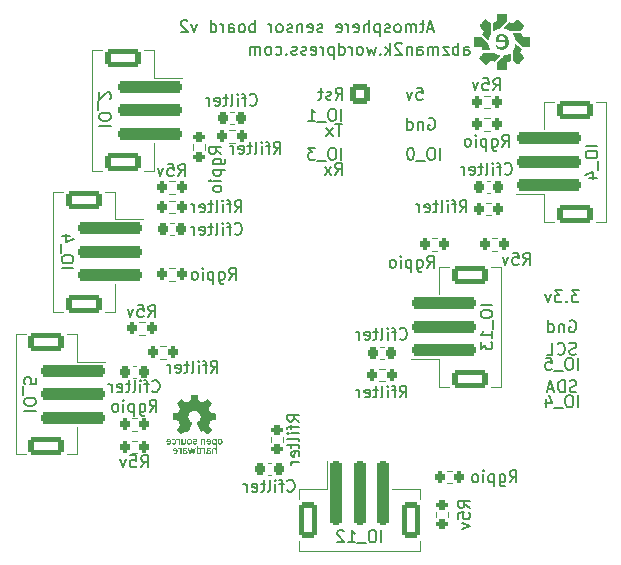
<source format=gbo>
%TF.GenerationSoftware,KiCad,Pcbnew,(6.0.0)*%
%TF.CreationDate,2022-03-13T20:52:07-04:00*%
%TF.ProjectId,esp8266 atmosphere sensor,65737038-3236-4362-9061-746d6f737068,rev?*%
%TF.SameCoordinates,Original*%
%TF.FileFunction,Legend,Bot*%
%TF.FilePolarity,Positive*%
%FSLAX46Y46*%
G04 Gerber Fmt 4.6, Leading zero omitted, Abs format (unit mm)*
G04 Created by KiCad (PCBNEW (6.0.0)) date 2022-03-13 20:52:07*
%MOMM*%
%LPD*%
G01*
G04 APERTURE LIST*
G04 Aperture macros list*
%AMRoundRect*
0 Rectangle with rounded corners*
0 $1 Rounding radius*
0 $2 $3 $4 $5 $6 $7 $8 $9 X,Y pos of 4 corners*
0 Add a 4 corners polygon primitive as box body*
4,1,4,$2,$3,$4,$5,$6,$7,$8,$9,$2,$3,0*
0 Add four circle primitives for the rounded corners*
1,1,$1+$1,$2,$3*
1,1,$1+$1,$4,$5*
1,1,$1+$1,$6,$7*
1,1,$1+$1,$8,$9*
0 Add four rect primitives between the rounded corners*
20,1,$1+$1,$2,$3,$4,$5,0*
20,1,$1+$1,$4,$5,$6,$7,0*
20,1,$1+$1,$6,$7,$8,$9,0*
20,1,$1+$1,$8,$9,$2,$3,0*%
G04 Aperture macros list end*
%ADD10C,0.150000*%
%ADD11C,0.120000*%
%ADD12C,0.550000*%
%ADD13RoundRect,0.250000X-0.600000X-0.600000X0.600000X-0.600000X0.600000X0.600000X-0.600000X0.600000X0*%
%ADD14C,1.700000*%
%ADD15C,3.200000*%
%ADD16R,1.700000X1.700000*%
%ADD17O,1.700000X1.700000*%
%ADD18RoundRect,0.200000X-0.200000X-0.275000X0.200000X-0.275000X0.200000X0.275000X-0.200000X0.275000X0*%
%ADD19RoundRect,0.200000X0.200000X0.275000X-0.200000X0.275000X-0.200000X-0.275000X0.200000X-0.275000X0*%
%ADD20RoundRect,0.225000X-0.225000X-0.250000X0.225000X-0.250000X0.225000X0.250000X-0.225000X0.250000X0*%
%ADD21RoundRect,0.200000X-0.275000X0.200000X-0.275000X-0.200000X0.275000X-0.200000X0.275000X0.200000X0*%
%ADD22RoundRect,0.225000X0.225000X0.250000X-0.225000X0.250000X-0.225000X-0.250000X0.225000X-0.250000X0*%
%ADD23RoundRect,0.250000X-2.500000X0.250000X-2.500000X-0.250000X2.500000X-0.250000X2.500000X0.250000X0*%
%ADD24RoundRect,0.250000X-1.250000X0.550000X-1.250000X-0.550000X1.250000X-0.550000X1.250000X0.550000X0*%
%ADD25RoundRect,0.250000X2.500000X-0.250000X2.500000X0.250000X-2.500000X0.250000X-2.500000X-0.250000X0*%
%ADD26RoundRect,0.250000X1.250000X-0.550000X1.250000X0.550000X-1.250000X0.550000X-1.250000X-0.550000X0*%
%ADD27RoundRect,0.200000X0.275000X-0.200000X0.275000X0.200000X-0.275000X0.200000X-0.275000X-0.200000X0*%
%ADD28RoundRect,0.250000X-0.250000X-2.500000X0.250000X-2.500000X0.250000X2.500000X-0.250000X2.500000X0*%
%ADD29RoundRect,0.250000X-0.550000X-1.250000X0.550000X-1.250000X0.550000X1.250000X-0.550000X1.250000X0*%
G04 APERTURE END LIST*
D10*
X25764952Y-9342380D02*
X25764952Y-8342380D01*
X25098285Y-8342380D02*
X24907809Y-8342380D01*
X24812571Y-8390000D01*
X24717333Y-8485238D01*
X24669714Y-8675714D01*
X24669714Y-9009047D01*
X24717333Y-9199523D01*
X24812571Y-9294761D01*
X24907809Y-9342380D01*
X25098285Y-9342380D01*
X25193523Y-9294761D01*
X25288761Y-9199523D01*
X25336380Y-9009047D01*
X25336380Y-8675714D01*
X25288761Y-8485238D01*
X25193523Y-8390000D01*
X25098285Y-8342380D01*
X24479238Y-9437619D02*
X23717333Y-9437619D01*
X23574476Y-8342380D02*
X22955428Y-8342380D01*
X23288761Y-8723333D01*
X23145904Y-8723333D01*
X23050666Y-8770952D01*
X23003047Y-8818571D01*
X22955428Y-8913809D01*
X22955428Y-9151904D01*
X23003047Y-9247142D01*
X23050666Y-9294761D01*
X23145904Y-9342380D01*
X23431619Y-9342380D01*
X23526857Y-9294761D01*
X23574476Y-9247142D01*
X45092857Y-22995000D02*
X45188095Y-22947380D01*
X45330952Y-22947380D01*
X45473809Y-22995000D01*
X45569047Y-23090238D01*
X45616666Y-23185476D01*
X45664285Y-23375952D01*
X45664285Y-23518809D01*
X45616666Y-23709285D01*
X45569047Y-23804523D01*
X45473809Y-23899761D01*
X45330952Y-23947380D01*
X45235714Y-23947380D01*
X45092857Y-23899761D01*
X45045238Y-23852142D01*
X45045238Y-23518809D01*
X45235714Y-23518809D01*
X44616666Y-23280714D02*
X44616666Y-23947380D01*
X44616666Y-23375952D02*
X44569047Y-23328333D01*
X44473809Y-23280714D01*
X44330952Y-23280714D01*
X44235714Y-23328333D01*
X44188095Y-23423571D01*
X44188095Y-23947380D01*
X43283333Y-23947380D02*
X43283333Y-22947380D01*
X43283333Y-23899761D02*
X43378571Y-23947380D01*
X43569047Y-23947380D01*
X43664285Y-23899761D01*
X43711904Y-23852142D01*
X43759523Y-23756904D01*
X43759523Y-23471190D01*
X43711904Y-23375952D01*
X43664285Y-23328333D01*
X43569047Y-23280714D01*
X43378571Y-23280714D01*
X43283333Y-23328333D01*
X-1087380Y-30590952D02*
X-87380Y-30590952D01*
X-87380Y-29924285D02*
X-87380Y-29733809D01*
X-135000Y-29638571D01*
X-230238Y-29543333D01*
X-420714Y-29495714D01*
X-754047Y-29495714D01*
X-944523Y-29543333D01*
X-1039761Y-29638571D01*
X-1087380Y-29733809D01*
X-1087380Y-29924285D01*
X-1039761Y-30019523D01*
X-944523Y-30114761D01*
X-754047Y-30162380D01*
X-420714Y-30162380D01*
X-230238Y-30114761D01*
X-135000Y-30019523D01*
X-87380Y-29924285D01*
X-1182619Y-29305238D02*
X-1182619Y-28543333D01*
X-87380Y-27829047D02*
X-87380Y-28305238D01*
X-563571Y-28352857D01*
X-515952Y-28305238D01*
X-468333Y-28210000D01*
X-468333Y-27971904D01*
X-515952Y-27876666D01*
X-563571Y-27829047D01*
X-658809Y-27781428D01*
X-896904Y-27781428D01*
X-992142Y-27829047D01*
X-1039761Y-27876666D01*
X-1087380Y-27971904D01*
X-1087380Y-28210000D01*
X-1039761Y-28305238D01*
X-992142Y-28352857D01*
X25836476Y-6310380D02*
X25265047Y-6310380D01*
X25550761Y-7310380D02*
X25550761Y-6310380D01*
X25026952Y-7310380D02*
X24503142Y-6643714D01*
X25026952Y-6643714D02*
X24503142Y-7310380D01*
X45830952Y-30297380D02*
X45830952Y-29297380D01*
X45164285Y-29297380D02*
X44973809Y-29297380D01*
X44878571Y-29345000D01*
X44783333Y-29440238D01*
X44735714Y-29630714D01*
X44735714Y-29964047D01*
X44783333Y-30154523D01*
X44878571Y-30249761D01*
X44973809Y-30297380D01*
X45164285Y-30297380D01*
X45259523Y-30249761D01*
X45354761Y-30154523D01*
X45402380Y-29964047D01*
X45402380Y-29630714D01*
X45354761Y-29440238D01*
X45259523Y-29345000D01*
X45164285Y-29297380D01*
X44545238Y-30392619D02*
X43783333Y-30392619D01*
X43116666Y-29630714D02*
X43116666Y-30297380D01*
X43354761Y-29249761D02*
X43592857Y-29964047D01*
X42973809Y-29964047D01*
X33154857Y-5850000D02*
X33250095Y-5802380D01*
X33392952Y-5802380D01*
X33535809Y-5850000D01*
X33631047Y-5945238D01*
X33678666Y-6040476D01*
X33726285Y-6230952D01*
X33726285Y-6373809D01*
X33678666Y-6564285D01*
X33631047Y-6659523D01*
X33535809Y-6754761D01*
X33392952Y-6802380D01*
X33297714Y-6802380D01*
X33154857Y-6754761D01*
X33107238Y-6707142D01*
X33107238Y-6373809D01*
X33297714Y-6373809D01*
X32678666Y-6135714D02*
X32678666Y-6802380D01*
X32678666Y-6230952D02*
X32631047Y-6183333D01*
X32535809Y-6135714D01*
X32392952Y-6135714D01*
X32297714Y-6183333D01*
X32250095Y-6278571D01*
X32250095Y-6802380D01*
X31345333Y-6802380D02*
X31345333Y-5802380D01*
X31345333Y-6754761D02*
X31440571Y-6802380D01*
X31631047Y-6802380D01*
X31726285Y-6754761D01*
X31773904Y-6707142D01*
X31821523Y-6611904D01*
X31821523Y-6326190D01*
X31773904Y-6230952D01*
X31726285Y-6183333D01*
X31631047Y-6135714D01*
X31440571Y-6135714D01*
X31345333Y-6183333D01*
X47442380Y-8144047D02*
X46442380Y-8144047D01*
X46442380Y-8810714D02*
X46442380Y-9001190D01*
X46490000Y-9096428D01*
X46585238Y-9191666D01*
X46775714Y-9239285D01*
X47109047Y-9239285D01*
X47299523Y-9191666D01*
X47394761Y-9096428D01*
X47442380Y-9001190D01*
X47442380Y-8810714D01*
X47394761Y-8715476D01*
X47299523Y-8620238D01*
X47109047Y-8572619D01*
X46775714Y-8572619D01*
X46585238Y-8620238D01*
X46490000Y-8715476D01*
X46442380Y-8810714D01*
X47537619Y-9429761D02*
X47537619Y-10191666D01*
X46775714Y-10858333D02*
X47442380Y-10858333D01*
X46394761Y-10620238D02*
X47109047Y-10382142D01*
X47109047Y-11001190D01*
X32146857Y-3262380D02*
X32623047Y-3262380D01*
X32670666Y-3738571D01*
X32623047Y-3690952D01*
X32527809Y-3643333D01*
X32289714Y-3643333D01*
X32194476Y-3690952D01*
X32146857Y-3738571D01*
X32099238Y-3833809D01*
X32099238Y-4071904D01*
X32146857Y-4167142D01*
X32194476Y-4214761D01*
X32289714Y-4262380D01*
X32527809Y-4262380D01*
X32623047Y-4214761D01*
X32670666Y-4167142D01*
X31765904Y-3595714D02*
X31527809Y-4262380D01*
X31289714Y-3595714D01*
X38552380Y-21637857D02*
X37552380Y-21637857D01*
X37552380Y-22304523D02*
X37552380Y-22495000D01*
X37600000Y-22590238D01*
X37695238Y-22685476D01*
X37885714Y-22733095D01*
X38219047Y-22733095D01*
X38409523Y-22685476D01*
X38504761Y-22590238D01*
X38552380Y-22495000D01*
X38552380Y-22304523D01*
X38504761Y-22209285D01*
X38409523Y-22114047D01*
X38219047Y-22066428D01*
X37885714Y-22066428D01*
X37695238Y-22114047D01*
X37600000Y-22209285D01*
X37552380Y-22304523D01*
X38647619Y-22923571D02*
X38647619Y-23685476D01*
X38552380Y-24447380D02*
X38552380Y-23875952D01*
X38552380Y-24161666D02*
X37552380Y-24161666D01*
X37695238Y-24066428D01*
X37790476Y-23971190D01*
X37838095Y-23875952D01*
X37552380Y-24780714D02*
X37552380Y-25399761D01*
X37933333Y-25066428D01*
X37933333Y-25209285D01*
X37980952Y-25304523D01*
X38028571Y-25352142D01*
X38123809Y-25399761D01*
X38361904Y-25399761D01*
X38457142Y-25352142D01*
X38504761Y-25304523D01*
X38552380Y-25209285D01*
X38552380Y-24923571D01*
X38504761Y-24828333D01*
X38457142Y-24780714D01*
X33550476Y1738333D02*
X33074285Y1738333D01*
X33645714Y1452619D02*
X33312380Y2452619D01*
X32979047Y1452619D01*
X32788571Y2119285D02*
X32407619Y2119285D01*
X32645714Y2452619D02*
X32645714Y1595476D01*
X32598095Y1500238D01*
X32502857Y1452619D01*
X32407619Y1452619D01*
X32074285Y1452619D02*
X32074285Y2119285D01*
X32074285Y2024047D02*
X32026666Y2071666D01*
X31931428Y2119285D01*
X31788571Y2119285D01*
X31693333Y2071666D01*
X31645714Y1976428D01*
X31645714Y1452619D01*
X31645714Y1976428D02*
X31598095Y2071666D01*
X31502857Y2119285D01*
X31360000Y2119285D01*
X31264761Y2071666D01*
X31217142Y1976428D01*
X31217142Y1452619D01*
X30598095Y1452619D02*
X30693333Y1500238D01*
X30740952Y1547857D01*
X30788571Y1643095D01*
X30788571Y1928809D01*
X30740952Y2024047D01*
X30693333Y2071666D01*
X30598095Y2119285D01*
X30455238Y2119285D01*
X30360000Y2071666D01*
X30312380Y2024047D01*
X30264761Y1928809D01*
X30264761Y1643095D01*
X30312380Y1547857D01*
X30360000Y1500238D01*
X30455238Y1452619D01*
X30598095Y1452619D01*
X29883809Y1500238D02*
X29788571Y1452619D01*
X29598095Y1452619D01*
X29502857Y1500238D01*
X29455238Y1595476D01*
X29455238Y1643095D01*
X29502857Y1738333D01*
X29598095Y1785952D01*
X29740952Y1785952D01*
X29836190Y1833571D01*
X29883809Y1928809D01*
X29883809Y1976428D01*
X29836190Y2071666D01*
X29740952Y2119285D01*
X29598095Y2119285D01*
X29502857Y2071666D01*
X29026666Y2119285D02*
X29026666Y1119285D01*
X29026666Y2071666D02*
X28931428Y2119285D01*
X28740952Y2119285D01*
X28645714Y2071666D01*
X28598095Y2024047D01*
X28550476Y1928809D01*
X28550476Y1643095D01*
X28598095Y1547857D01*
X28645714Y1500238D01*
X28740952Y1452619D01*
X28931428Y1452619D01*
X29026666Y1500238D01*
X28121904Y1452619D02*
X28121904Y2452619D01*
X27693333Y1452619D02*
X27693333Y1976428D01*
X27740952Y2071666D01*
X27836190Y2119285D01*
X27979047Y2119285D01*
X28074285Y2071666D01*
X28121904Y2024047D01*
X26836190Y1500238D02*
X26931428Y1452619D01*
X27121904Y1452619D01*
X27217142Y1500238D01*
X27264761Y1595476D01*
X27264761Y1976428D01*
X27217142Y2071666D01*
X27121904Y2119285D01*
X26931428Y2119285D01*
X26836190Y2071666D01*
X26788571Y1976428D01*
X26788571Y1881190D01*
X27264761Y1785952D01*
X26360000Y1452619D02*
X26360000Y2119285D01*
X26360000Y1928809D02*
X26312380Y2024047D01*
X26264761Y2071666D01*
X26169523Y2119285D01*
X26074285Y2119285D01*
X25360000Y1500238D02*
X25455238Y1452619D01*
X25645714Y1452619D01*
X25740952Y1500238D01*
X25788571Y1595476D01*
X25788571Y1976428D01*
X25740952Y2071666D01*
X25645714Y2119285D01*
X25455238Y2119285D01*
X25360000Y2071666D01*
X25312380Y1976428D01*
X25312380Y1881190D01*
X25788571Y1785952D01*
X24169523Y1500238D02*
X24074285Y1452619D01*
X23883809Y1452619D01*
X23788571Y1500238D01*
X23740952Y1595476D01*
X23740952Y1643095D01*
X23788571Y1738333D01*
X23883809Y1785952D01*
X24026666Y1785952D01*
X24121904Y1833571D01*
X24169523Y1928809D01*
X24169523Y1976428D01*
X24121904Y2071666D01*
X24026666Y2119285D01*
X23883809Y2119285D01*
X23788571Y2071666D01*
X22931428Y1500238D02*
X23026666Y1452619D01*
X23217142Y1452619D01*
X23312380Y1500238D01*
X23360000Y1595476D01*
X23360000Y1976428D01*
X23312380Y2071666D01*
X23217142Y2119285D01*
X23026666Y2119285D01*
X22931428Y2071666D01*
X22883809Y1976428D01*
X22883809Y1881190D01*
X23360000Y1785952D01*
X22455238Y2119285D02*
X22455238Y1452619D01*
X22455238Y2024047D02*
X22407619Y2071666D01*
X22312380Y2119285D01*
X22169523Y2119285D01*
X22074285Y2071666D01*
X22026666Y1976428D01*
X22026666Y1452619D01*
X21598095Y1500238D02*
X21502857Y1452619D01*
X21312380Y1452619D01*
X21217142Y1500238D01*
X21169523Y1595476D01*
X21169523Y1643095D01*
X21217142Y1738333D01*
X21312380Y1785952D01*
X21455238Y1785952D01*
X21550476Y1833571D01*
X21598095Y1928809D01*
X21598095Y1976428D01*
X21550476Y2071666D01*
X21455238Y2119285D01*
X21312380Y2119285D01*
X21217142Y2071666D01*
X20598095Y1452619D02*
X20693333Y1500238D01*
X20740952Y1547857D01*
X20788571Y1643095D01*
X20788571Y1928809D01*
X20740952Y2024047D01*
X20693333Y2071666D01*
X20598095Y2119285D01*
X20455238Y2119285D01*
X20360000Y2071666D01*
X20312380Y2024047D01*
X20264761Y1928809D01*
X20264761Y1643095D01*
X20312380Y1547857D01*
X20360000Y1500238D01*
X20455238Y1452619D01*
X20598095Y1452619D01*
X19836190Y1452619D02*
X19836190Y2119285D01*
X19836190Y1928809D02*
X19788571Y2024047D01*
X19740952Y2071666D01*
X19645714Y2119285D01*
X19550476Y2119285D01*
X18455238Y1452619D02*
X18455238Y2452619D01*
X18455238Y2071666D02*
X18360000Y2119285D01*
X18169523Y2119285D01*
X18074285Y2071666D01*
X18026666Y2024047D01*
X17979047Y1928809D01*
X17979047Y1643095D01*
X18026666Y1547857D01*
X18074285Y1500238D01*
X18169523Y1452619D01*
X18360000Y1452619D01*
X18455238Y1500238D01*
X17407619Y1452619D02*
X17502857Y1500238D01*
X17550476Y1547857D01*
X17598095Y1643095D01*
X17598095Y1928809D01*
X17550476Y2024047D01*
X17502857Y2071666D01*
X17407619Y2119285D01*
X17264761Y2119285D01*
X17169523Y2071666D01*
X17121904Y2024047D01*
X17074285Y1928809D01*
X17074285Y1643095D01*
X17121904Y1547857D01*
X17169523Y1500238D01*
X17264761Y1452619D01*
X17407619Y1452619D01*
X16217142Y1452619D02*
X16217142Y1976428D01*
X16264761Y2071666D01*
X16360000Y2119285D01*
X16550476Y2119285D01*
X16645714Y2071666D01*
X16217142Y1500238D02*
X16312380Y1452619D01*
X16550476Y1452619D01*
X16645714Y1500238D01*
X16693333Y1595476D01*
X16693333Y1690714D01*
X16645714Y1785952D01*
X16550476Y1833571D01*
X16312380Y1833571D01*
X16217142Y1881190D01*
X15740952Y1452619D02*
X15740952Y2119285D01*
X15740952Y1928809D02*
X15693333Y2024047D01*
X15645714Y2071666D01*
X15550476Y2119285D01*
X15455238Y2119285D01*
X14693333Y1452619D02*
X14693333Y2452619D01*
X14693333Y1500238D02*
X14788571Y1452619D01*
X14979047Y1452619D01*
X15074285Y1500238D01*
X15121904Y1547857D01*
X15169523Y1643095D01*
X15169523Y1928809D01*
X15121904Y2024047D01*
X15074285Y2071666D01*
X14979047Y2119285D01*
X14788571Y2119285D01*
X14693333Y2071666D01*
X13550476Y2119285D02*
X13312380Y1452619D01*
X13074285Y2119285D01*
X12740952Y2357380D02*
X12693333Y2405000D01*
X12598095Y2452619D01*
X12360000Y2452619D01*
X12264761Y2405000D01*
X12217142Y2357380D01*
X12169523Y2262142D01*
X12169523Y2166904D01*
X12217142Y2024047D01*
X12788571Y1452619D01*
X12169523Y1452619D01*
X25241238Y-10612380D02*
X25574571Y-10136190D01*
X25812666Y-10612380D02*
X25812666Y-9612380D01*
X25431714Y-9612380D01*
X25336476Y-9660000D01*
X25288857Y-9707619D01*
X25241238Y-9802857D01*
X25241238Y-9945714D01*
X25288857Y-10040952D01*
X25336476Y-10088571D01*
X25431714Y-10136190D01*
X25812666Y-10136190D01*
X24907904Y-10612380D02*
X24384095Y-9945714D01*
X24907904Y-9945714D02*
X24384095Y-10612380D01*
X5262619Y-6460952D02*
X6262619Y-6460952D01*
X6262619Y-5794285D02*
X6262619Y-5603809D01*
X6215000Y-5508571D01*
X6119761Y-5413333D01*
X5929285Y-5365714D01*
X5595952Y-5365714D01*
X5405476Y-5413333D01*
X5310238Y-5508571D01*
X5262619Y-5603809D01*
X5262619Y-5794285D01*
X5310238Y-5889523D01*
X5405476Y-5984761D01*
X5595952Y-6032380D01*
X5929285Y-6032380D01*
X6119761Y-5984761D01*
X6215000Y-5889523D01*
X6262619Y-5794285D01*
X5167380Y-5175238D02*
X5167380Y-4413333D01*
X6167380Y-4222857D02*
X6215000Y-4175238D01*
X6262619Y-4080000D01*
X6262619Y-3841904D01*
X6215000Y-3746666D01*
X6167380Y-3699047D01*
X6072142Y-3651428D01*
X5976904Y-3651428D01*
X5834047Y-3699047D01*
X5262619Y-4270476D01*
X5262619Y-3651428D01*
X34146952Y-9342380D02*
X34146952Y-8342380D01*
X33480285Y-8342380D02*
X33289809Y-8342380D01*
X33194571Y-8390000D01*
X33099333Y-8485238D01*
X33051714Y-8675714D01*
X33051714Y-9009047D01*
X33099333Y-9199523D01*
X33194571Y-9294761D01*
X33289809Y-9342380D01*
X33480285Y-9342380D01*
X33575523Y-9294761D01*
X33670761Y-9199523D01*
X33718380Y-9009047D01*
X33718380Y-8675714D01*
X33670761Y-8485238D01*
X33575523Y-8390000D01*
X33480285Y-8342380D01*
X32861238Y-9437619D02*
X32099333Y-9437619D01*
X31670761Y-8342380D02*
X31575523Y-8342380D01*
X31480285Y-8390000D01*
X31432666Y-8437619D01*
X31385047Y-8532857D01*
X31337428Y-8723333D01*
X31337428Y-8961428D01*
X31385047Y-9151904D01*
X31432666Y-9247142D01*
X31480285Y-9294761D01*
X31575523Y-9342380D01*
X31670761Y-9342380D01*
X31766000Y-9294761D01*
X31813619Y-9247142D01*
X31861238Y-9151904D01*
X31908857Y-8961428D01*
X31908857Y-8723333D01*
X31861238Y-8532857D01*
X31813619Y-8437619D01*
X31766000Y-8390000D01*
X31670761Y-8342380D01*
X2087619Y-18525952D02*
X3087619Y-18525952D01*
X3087619Y-17859285D02*
X3087619Y-17668809D01*
X3040000Y-17573571D01*
X2944761Y-17478333D01*
X2754285Y-17430714D01*
X2420952Y-17430714D01*
X2230476Y-17478333D01*
X2135238Y-17573571D01*
X2087619Y-17668809D01*
X2087619Y-17859285D01*
X2135238Y-17954523D01*
X2230476Y-18049761D01*
X2420952Y-18097380D01*
X2754285Y-18097380D01*
X2944761Y-18049761D01*
X3040000Y-17954523D01*
X3087619Y-17859285D01*
X1992380Y-17240238D02*
X1992380Y-16478333D01*
X2754285Y-15811666D02*
X2087619Y-15811666D01*
X3135238Y-16049761D02*
X2420952Y-16287857D01*
X2420952Y-15668809D01*
X36162142Y-452380D02*
X36162142Y71428D01*
X36209761Y166666D01*
X36305000Y214285D01*
X36495476Y214285D01*
X36590714Y166666D01*
X36162142Y-404761D02*
X36257380Y-452380D01*
X36495476Y-452380D01*
X36590714Y-404761D01*
X36638333Y-309523D01*
X36638333Y-214285D01*
X36590714Y-119047D01*
X36495476Y-71428D01*
X36257380Y-71428D01*
X36162142Y-23809D01*
X35685952Y-452380D02*
X35685952Y547619D01*
X35685952Y166666D02*
X35590714Y214285D01*
X35400238Y214285D01*
X35305000Y166666D01*
X35257380Y119047D01*
X35209761Y23809D01*
X35209761Y-261904D01*
X35257380Y-357142D01*
X35305000Y-404761D01*
X35400238Y-452380D01*
X35590714Y-452380D01*
X35685952Y-404761D01*
X34876428Y214285D02*
X34352619Y214285D01*
X34876428Y-452380D01*
X34352619Y-452380D01*
X33971666Y-452380D02*
X33971666Y214285D01*
X33971666Y119047D02*
X33924047Y166666D01*
X33828809Y214285D01*
X33685952Y214285D01*
X33590714Y166666D01*
X33543095Y71428D01*
X33543095Y-452380D01*
X33543095Y71428D02*
X33495476Y166666D01*
X33400238Y214285D01*
X33257380Y214285D01*
X33162142Y166666D01*
X33114523Y71428D01*
X33114523Y-452380D01*
X32209761Y-452380D02*
X32209761Y71428D01*
X32257380Y166666D01*
X32352619Y214285D01*
X32543095Y214285D01*
X32638333Y166666D01*
X32209761Y-404761D02*
X32305000Y-452380D01*
X32543095Y-452380D01*
X32638333Y-404761D01*
X32685952Y-309523D01*
X32685952Y-214285D01*
X32638333Y-119047D01*
X32543095Y-71428D01*
X32305000Y-71428D01*
X32209761Y-23809D01*
X31733571Y214285D02*
X31733571Y-452380D01*
X31733571Y119047D02*
X31685952Y166666D01*
X31590714Y214285D01*
X31447857Y214285D01*
X31352619Y166666D01*
X31305000Y71428D01*
X31305000Y-452380D01*
X30876428Y452380D02*
X30828809Y500000D01*
X30733571Y547619D01*
X30495476Y547619D01*
X30400238Y500000D01*
X30352619Y452380D01*
X30305000Y357142D01*
X30305000Y261904D01*
X30352619Y119047D01*
X30924047Y-452380D01*
X30305000Y-452380D01*
X29876428Y-452380D02*
X29876428Y547619D01*
X29781190Y-71428D02*
X29495476Y-452380D01*
X29495476Y214285D02*
X29876428Y-166666D01*
X29066904Y-357142D02*
X29019285Y-404761D01*
X29066904Y-452380D01*
X29114523Y-404761D01*
X29066904Y-357142D01*
X29066904Y-452380D01*
X28685952Y214285D02*
X28495476Y-452380D01*
X28305000Y23809D01*
X28114523Y-452380D01*
X27924047Y214285D01*
X27400238Y-452380D02*
X27495476Y-404761D01*
X27543095Y-357142D01*
X27590714Y-261904D01*
X27590714Y23809D01*
X27543095Y119047D01*
X27495476Y166666D01*
X27400238Y214285D01*
X27257380Y214285D01*
X27162142Y166666D01*
X27114523Y119047D01*
X27066904Y23809D01*
X27066904Y-261904D01*
X27114523Y-357142D01*
X27162142Y-404761D01*
X27257380Y-452380D01*
X27400238Y-452380D01*
X26638333Y-452380D02*
X26638333Y214285D01*
X26638333Y23809D02*
X26590714Y119047D01*
X26543095Y166666D01*
X26447857Y214285D01*
X26352619Y214285D01*
X25590714Y-452380D02*
X25590714Y547619D01*
X25590714Y-404761D02*
X25685952Y-452380D01*
X25876428Y-452380D01*
X25971666Y-404761D01*
X26019285Y-357142D01*
X26066904Y-261904D01*
X26066904Y23809D01*
X26019285Y119047D01*
X25971666Y166666D01*
X25876428Y214285D01*
X25685952Y214285D01*
X25590714Y166666D01*
X25114523Y214285D02*
X25114523Y-785714D01*
X25114523Y166666D02*
X25019285Y214285D01*
X24828809Y214285D01*
X24733571Y166666D01*
X24685952Y119047D01*
X24638333Y23809D01*
X24638333Y-261904D01*
X24685952Y-357142D01*
X24733571Y-404761D01*
X24828809Y-452380D01*
X25019285Y-452380D01*
X25114523Y-404761D01*
X24209761Y-452380D02*
X24209761Y214285D01*
X24209761Y23809D02*
X24162142Y119047D01*
X24114523Y166666D01*
X24019285Y214285D01*
X23924047Y214285D01*
X23209761Y-404761D02*
X23305000Y-452380D01*
X23495476Y-452380D01*
X23590714Y-404761D01*
X23638333Y-309523D01*
X23638333Y71428D01*
X23590714Y166666D01*
X23495476Y214285D01*
X23305000Y214285D01*
X23209761Y166666D01*
X23162142Y71428D01*
X23162142Y-23809D01*
X23638333Y-119047D01*
X22781190Y-404761D02*
X22685952Y-452380D01*
X22495476Y-452380D01*
X22400238Y-404761D01*
X22352619Y-309523D01*
X22352619Y-261904D01*
X22400238Y-166666D01*
X22495476Y-119047D01*
X22638333Y-119047D01*
X22733571Y-71428D01*
X22781190Y23809D01*
X22781190Y71428D01*
X22733571Y166666D01*
X22638333Y214285D01*
X22495476Y214285D01*
X22400238Y166666D01*
X21971666Y-404761D02*
X21876428Y-452380D01*
X21685952Y-452380D01*
X21590714Y-404761D01*
X21543095Y-309523D01*
X21543095Y-261904D01*
X21590714Y-166666D01*
X21685952Y-119047D01*
X21828809Y-119047D01*
X21924047Y-71428D01*
X21971666Y23809D01*
X21971666Y71428D01*
X21924047Y166666D01*
X21828809Y214285D01*
X21685952Y214285D01*
X21590714Y166666D01*
X21114523Y-357142D02*
X21066904Y-404761D01*
X21114523Y-452380D01*
X21162142Y-404761D01*
X21114523Y-357142D01*
X21114523Y-452380D01*
X20209761Y-404761D02*
X20305000Y-452380D01*
X20495476Y-452380D01*
X20590714Y-404761D01*
X20638333Y-357142D01*
X20685952Y-261904D01*
X20685952Y23809D01*
X20638333Y119047D01*
X20590714Y166666D01*
X20495476Y214285D01*
X20305000Y214285D01*
X20209761Y166666D01*
X19638333Y-452380D02*
X19733571Y-404761D01*
X19781190Y-357142D01*
X19828809Y-261904D01*
X19828809Y23809D01*
X19781190Y119047D01*
X19733571Y166666D01*
X19638333Y214285D01*
X19495476Y214285D01*
X19400238Y166666D01*
X19352619Y119047D01*
X19305000Y23809D01*
X19305000Y-261904D01*
X19352619Y-357142D01*
X19400238Y-404761D01*
X19495476Y-452380D01*
X19638333Y-452380D01*
X18876428Y-452380D02*
X18876428Y214285D01*
X18876428Y119047D02*
X18828809Y166666D01*
X18733571Y214285D01*
X18590714Y214285D01*
X18495476Y166666D01*
X18447857Y71428D01*
X18447857Y-452380D01*
X18447857Y71428D02*
X18400238Y166666D01*
X18305000Y214285D01*
X18162142Y214285D01*
X18066904Y166666D01*
X18019285Y71428D01*
X18019285Y-452380D01*
X45830952Y-27122380D02*
X45830952Y-26122380D01*
X45164285Y-26122380D02*
X44973809Y-26122380D01*
X44878571Y-26170000D01*
X44783333Y-26265238D01*
X44735714Y-26455714D01*
X44735714Y-26789047D01*
X44783333Y-26979523D01*
X44878571Y-27074761D01*
X44973809Y-27122380D01*
X45164285Y-27122380D01*
X45259523Y-27074761D01*
X45354761Y-26979523D01*
X45402380Y-26789047D01*
X45402380Y-26455714D01*
X45354761Y-26265238D01*
X45259523Y-26170000D01*
X45164285Y-26122380D01*
X44545238Y-27217619D02*
X43783333Y-27217619D01*
X43069047Y-26122380D02*
X43545238Y-26122380D01*
X43592857Y-26598571D01*
X43545238Y-26550952D01*
X43450000Y-26503333D01*
X43211904Y-26503333D01*
X43116666Y-26550952D01*
X43069047Y-26598571D01*
X43021428Y-26693809D01*
X43021428Y-26931904D01*
X43069047Y-27027142D01*
X43116666Y-27074761D01*
X43211904Y-27122380D01*
X43450000Y-27122380D01*
X43545238Y-27074761D01*
X43592857Y-27027142D01*
X25764952Y-6040380D02*
X25764952Y-5040380D01*
X25098285Y-5040380D02*
X24907809Y-5040380D01*
X24812571Y-5088000D01*
X24717333Y-5183238D01*
X24669714Y-5373714D01*
X24669714Y-5707047D01*
X24717333Y-5897523D01*
X24812571Y-5992761D01*
X24907809Y-6040380D01*
X25098285Y-6040380D01*
X25193523Y-5992761D01*
X25288761Y-5897523D01*
X25336380Y-5707047D01*
X25336380Y-5373714D01*
X25288761Y-5183238D01*
X25193523Y-5088000D01*
X25098285Y-5040380D01*
X24479238Y-6135619D02*
X23717333Y-6135619D01*
X22955428Y-6040380D02*
X23526857Y-6040380D01*
X23241142Y-6040380D02*
X23241142Y-5040380D01*
X23336380Y-5183238D01*
X23431619Y-5278476D01*
X23526857Y-5326095D01*
X45664285Y-28979761D02*
X45521428Y-29027380D01*
X45283333Y-29027380D01*
X45188095Y-28979761D01*
X45140476Y-28932142D01*
X45092857Y-28836904D01*
X45092857Y-28741666D01*
X45140476Y-28646428D01*
X45188095Y-28598809D01*
X45283333Y-28551190D01*
X45473809Y-28503571D01*
X45569047Y-28455952D01*
X45616666Y-28408333D01*
X45664285Y-28313095D01*
X45664285Y-28217857D01*
X45616666Y-28122619D01*
X45569047Y-28075000D01*
X45473809Y-28027380D01*
X45235714Y-28027380D01*
X45092857Y-28075000D01*
X44664285Y-29027380D02*
X44664285Y-28027380D01*
X44426190Y-28027380D01*
X44283333Y-28075000D01*
X44188095Y-28170238D01*
X44140476Y-28265476D01*
X44092857Y-28455952D01*
X44092857Y-28598809D01*
X44140476Y-28789285D01*
X44188095Y-28884523D01*
X44283333Y-28979761D01*
X44426190Y-29027380D01*
X44664285Y-29027380D01*
X43711904Y-28741666D02*
X43235714Y-28741666D01*
X43807142Y-29027380D02*
X43473809Y-28027380D01*
X43140476Y-29027380D01*
X29162142Y-41727380D02*
X29162142Y-40727380D01*
X28495476Y-40727380D02*
X28305000Y-40727380D01*
X28209761Y-40775000D01*
X28114523Y-40870238D01*
X28066904Y-41060714D01*
X28066904Y-41394047D01*
X28114523Y-41584523D01*
X28209761Y-41679761D01*
X28305000Y-41727380D01*
X28495476Y-41727380D01*
X28590714Y-41679761D01*
X28685952Y-41584523D01*
X28733571Y-41394047D01*
X28733571Y-41060714D01*
X28685952Y-40870238D01*
X28590714Y-40775000D01*
X28495476Y-40727380D01*
X27876428Y-41822619D02*
X27114523Y-41822619D01*
X26352619Y-41727380D02*
X26924047Y-41727380D01*
X26638333Y-41727380D02*
X26638333Y-40727380D01*
X26733571Y-40870238D01*
X26828809Y-40965476D01*
X26924047Y-41013095D01*
X25971666Y-40822619D02*
X25924047Y-40775000D01*
X25828809Y-40727380D01*
X25590714Y-40727380D01*
X25495476Y-40775000D01*
X25447857Y-40822619D01*
X25400238Y-40917857D01*
X25400238Y-41013095D01*
X25447857Y-41155952D01*
X26019285Y-41727380D01*
X25400238Y-41727380D01*
X45640476Y-25804761D02*
X45497619Y-25852380D01*
X45259523Y-25852380D01*
X45164285Y-25804761D01*
X45116666Y-25757142D01*
X45069047Y-25661904D01*
X45069047Y-25566666D01*
X45116666Y-25471428D01*
X45164285Y-25423809D01*
X45259523Y-25376190D01*
X45450000Y-25328571D01*
X45545238Y-25280952D01*
X45592857Y-25233333D01*
X45640476Y-25138095D01*
X45640476Y-25042857D01*
X45592857Y-24947619D01*
X45545238Y-24900000D01*
X45450000Y-24852380D01*
X45211904Y-24852380D01*
X45069047Y-24900000D01*
X44069047Y-25757142D02*
X44116666Y-25804761D01*
X44259523Y-25852380D01*
X44354761Y-25852380D01*
X44497619Y-25804761D01*
X44592857Y-25709523D01*
X44640476Y-25614285D01*
X44688095Y-25423809D01*
X44688095Y-25280952D01*
X44640476Y-25090476D01*
X44592857Y-24995238D01*
X44497619Y-24900000D01*
X44354761Y-24852380D01*
X44259523Y-24852380D01*
X44116666Y-24900000D01*
X44069047Y-24947619D01*
X43164285Y-25852380D02*
X43640476Y-25852380D01*
X43640476Y-24852380D01*
X25272952Y-4262380D02*
X25606285Y-3786190D01*
X25844380Y-4262380D02*
X25844380Y-3262380D01*
X25463428Y-3262380D01*
X25368190Y-3310000D01*
X25320571Y-3357619D01*
X25272952Y-3452857D01*
X25272952Y-3595714D01*
X25320571Y-3690952D01*
X25368190Y-3738571D01*
X25463428Y-3786190D01*
X25844380Y-3786190D01*
X24892000Y-4214761D02*
X24796761Y-4262380D01*
X24606285Y-4262380D01*
X24511047Y-4214761D01*
X24463428Y-4119523D01*
X24463428Y-4071904D01*
X24511047Y-3976666D01*
X24606285Y-3929047D01*
X24749142Y-3929047D01*
X24844380Y-3881428D01*
X24892000Y-3786190D01*
X24892000Y-3738571D01*
X24844380Y-3643333D01*
X24749142Y-3595714D01*
X24606285Y-3595714D01*
X24511047Y-3643333D01*
X24177714Y-3595714D02*
X23796761Y-3595714D01*
X24034857Y-3262380D02*
X24034857Y-4119523D01*
X23987238Y-4214761D01*
X23892000Y-4262380D01*
X23796761Y-4262380D01*
X45878571Y-20407380D02*
X45259523Y-20407380D01*
X45592857Y-20788333D01*
X45450000Y-20788333D01*
X45354761Y-20835952D01*
X45307142Y-20883571D01*
X45259523Y-20978809D01*
X45259523Y-21216904D01*
X45307142Y-21312142D01*
X45354761Y-21359761D01*
X45450000Y-21407380D01*
X45735714Y-21407380D01*
X45830952Y-21359761D01*
X45878571Y-21312142D01*
X44830952Y-21312142D02*
X44783333Y-21359761D01*
X44830952Y-21407380D01*
X44878571Y-21359761D01*
X44830952Y-21312142D01*
X44830952Y-21407380D01*
X44450000Y-20407380D02*
X43830952Y-20407380D01*
X44164285Y-20788333D01*
X44021428Y-20788333D01*
X43926190Y-20835952D01*
X43878571Y-20883571D01*
X43830952Y-20978809D01*
X43830952Y-21216904D01*
X43878571Y-21312142D01*
X43926190Y-21359761D01*
X44021428Y-21407380D01*
X44307142Y-21407380D01*
X44402380Y-21359761D01*
X44450000Y-21312142D01*
X43497619Y-20740714D02*
X43259523Y-21407380D01*
X43021428Y-20740714D01*
%TO.C,R12*%
X8802619Y-35377380D02*
X9135952Y-34901190D01*
X9374047Y-35377380D02*
X9374047Y-34377380D01*
X8993095Y-34377380D01*
X8897857Y-34425000D01*
X8850238Y-34472619D01*
X8802619Y-34567857D01*
X8802619Y-34710714D01*
X8850238Y-34805952D01*
X8897857Y-34853571D01*
X8993095Y-34901190D01*
X9374047Y-34901190D01*
X7897857Y-34377380D02*
X8374047Y-34377380D01*
X8421666Y-34853571D01*
X8374047Y-34805952D01*
X8278809Y-34758333D01*
X8040714Y-34758333D01*
X7945476Y-34805952D01*
X7897857Y-34853571D01*
X7850238Y-34948809D01*
X7850238Y-35186904D01*
X7897857Y-35282142D01*
X7945476Y-35329761D01*
X8040714Y-35377380D01*
X8278809Y-35377380D01*
X8374047Y-35329761D01*
X8421666Y-35282142D01*
X7516904Y-34710714D02*
X7278809Y-35377380D01*
X7040714Y-34710714D01*
%TO.C,R16*%
X40020714Y-36647380D02*
X40354047Y-36171190D01*
X40592142Y-36647380D02*
X40592142Y-35647380D01*
X40211190Y-35647380D01*
X40115952Y-35695000D01*
X40068333Y-35742619D01*
X40020714Y-35837857D01*
X40020714Y-35980714D01*
X40068333Y-36075952D01*
X40115952Y-36123571D01*
X40211190Y-36171190D01*
X40592142Y-36171190D01*
X39163571Y-35980714D02*
X39163571Y-36790238D01*
X39211190Y-36885476D01*
X39258809Y-36933095D01*
X39354047Y-36980714D01*
X39496904Y-36980714D01*
X39592142Y-36933095D01*
X39163571Y-36599761D02*
X39258809Y-36647380D01*
X39449285Y-36647380D01*
X39544523Y-36599761D01*
X39592142Y-36552142D01*
X39639761Y-36456904D01*
X39639761Y-36171190D01*
X39592142Y-36075952D01*
X39544523Y-36028333D01*
X39449285Y-35980714D01*
X39258809Y-35980714D01*
X39163571Y-36028333D01*
X38687380Y-35980714D02*
X38687380Y-36980714D01*
X38687380Y-36028333D02*
X38592142Y-35980714D01*
X38401666Y-35980714D01*
X38306428Y-36028333D01*
X38258809Y-36075952D01*
X38211190Y-36171190D01*
X38211190Y-36456904D01*
X38258809Y-36552142D01*
X38306428Y-36599761D01*
X38401666Y-36647380D01*
X38592142Y-36647380D01*
X38687380Y-36599761D01*
X37782619Y-36647380D02*
X37782619Y-35980714D01*
X37782619Y-35647380D02*
X37830238Y-35695000D01*
X37782619Y-35742619D01*
X37735000Y-35695000D01*
X37782619Y-35647380D01*
X37782619Y-35742619D01*
X37163571Y-36647380D02*
X37258809Y-36599761D01*
X37306428Y-36552142D01*
X37354047Y-36456904D01*
X37354047Y-36171190D01*
X37306428Y-36075952D01*
X37258809Y-36028333D01*
X37163571Y-35980714D01*
X37020714Y-35980714D01*
X36925476Y-36028333D01*
X36877857Y-36075952D01*
X36830238Y-36171190D01*
X36830238Y-36456904D01*
X36877857Y-36552142D01*
X36925476Y-36599761D01*
X37020714Y-36647380D01*
X37163571Y-36647380D01*
%TO.C,R19*%
X33035714Y-18486380D02*
X33369047Y-18010190D01*
X33607142Y-18486380D02*
X33607142Y-17486380D01*
X33226190Y-17486380D01*
X33130952Y-17534000D01*
X33083333Y-17581619D01*
X33035714Y-17676857D01*
X33035714Y-17819714D01*
X33083333Y-17914952D01*
X33130952Y-17962571D01*
X33226190Y-18010190D01*
X33607142Y-18010190D01*
X32178571Y-17819714D02*
X32178571Y-18629238D01*
X32226190Y-18724476D01*
X32273809Y-18772095D01*
X32369047Y-18819714D01*
X32511904Y-18819714D01*
X32607142Y-18772095D01*
X32178571Y-18438761D02*
X32273809Y-18486380D01*
X32464285Y-18486380D01*
X32559523Y-18438761D01*
X32607142Y-18391142D01*
X32654761Y-18295904D01*
X32654761Y-18010190D01*
X32607142Y-17914952D01*
X32559523Y-17867333D01*
X32464285Y-17819714D01*
X32273809Y-17819714D01*
X32178571Y-17867333D01*
X31702380Y-17819714D02*
X31702380Y-18819714D01*
X31702380Y-17867333D02*
X31607142Y-17819714D01*
X31416666Y-17819714D01*
X31321428Y-17867333D01*
X31273809Y-17914952D01*
X31226190Y-18010190D01*
X31226190Y-18295904D01*
X31273809Y-18391142D01*
X31321428Y-18438761D01*
X31416666Y-18486380D01*
X31607142Y-18486380D01*
X31702380Y-18438761D01*
X30797619Y-18486380D02*
X30797619Y-17819714D01*
X30797619Y-17486380D02*
X30845238Y-17534000D01*
X30797619Y-17581619D01*
X30750000Y-17534000D01*
X30797619Y-17486380D01*
X30797619Y-17581619D01*
X30178571Y-18486380D02*
X30273809Y-18438761D01*
X30321428Y-18391142D01*
X30369047Y-18295904D01*
X30369047Y-18010190D01*
X30321428Y-17914952D01*
X30273809Y-17867333D01*
X30178571Y-17819714D01*
X30035714Y-17819714D01*
X29940476Y-17867333D01*
X29892857Y-17914952D01*
X29845238Y-18010190D01*
X29845238Y-18295904D01*
X29892857Y-18391142D01*
X29940476Y-18438761D01*
X30035714Y-18486380D01*
X30178571Y-18486380D01*
%TO.C,C11*%
X16740000Y-15597142D02*
X16787619Y-15644761D01*
X16930476Y-15692380D01*
X17025714Y-15692380D01*
X17168571Y-15644761D01*
X17263809Y-15549523D01*
X17311428Y-15454285D01*
X17359047Y-15263809D01*
X17359047Y-15120952D01*
X17311428Y-14930476D01*
X17263809Y-14835238D01*
X17168571Y-14740000D01*
X17025714Y-14692380D01*
X16930476Y-14692380D01*
X16787619Y-14740000D01*
X16740000Y-14787619D01*
X16454285Y-15025714D02*
X16073333Y-15025714D01*
X16311428Y-15692380D02*
X16311428Y-14835238D01*
X16263809Y-14740000D01*
X16168571Y-14692380D01*
X16073333Y-14692380D01*
X15740000Y-15692380D02*
X15740000Y-15025714D01*
X15740000Y-14692380D02*
X15787619Y-14740000D01*
X15740000Y-14787619D01*
X15692380Y-14740000D01*
X15740000Y-14692380D01*
X15740000Y-14787619D01*
X15120952Y-15692380D02*
X15216190Y-15644761D01*
X15263809Y-15549523D01*
X15263809Y-14692380D01*
X14882857Y-15025714D02*
X14501904Y-15025714D01*
X14740000Y-14692380D02*
X14740000Y-15549523D01*
X14692380Y-15644761D01*
X14597142Y-15692380D01*
X14501904Y-15692380D01*
X13787619Y-15644761D02*
X13882857Y-15692380D01*
X14073333Y-15692380D01*
X14168571Y-15644761D01*
X14216190Y-15549523D01*
X14216190Y-15168571D01*
X14168571Y-15073333D01*
X14073333Y-15025714D01*
X13882857Y-15025714D01*
X13787619Y-15073333D01*
X13740000Y-15168571D01*
X13740000Y-15263809D01*
X14216190Y-15359047D01*
X13311428Y-15692380D02*
X13311428Y-15025714D01*
X13311428Y-15216190D02*
X13263809Y-15120952D01*
X13216190Y-15073333D01*
X13120952Y-15025714D01*
X13025714Y-15025714D01*
%TO.C,R14*%
X14708000Y-27376380D02*
X15041333Y-26900190D01*
X15279428Y-27376380D02*
X15279428Y-26376380D01*
X14898476Y-26376380D01*
X14803238Y-26424000D01*
X14755619Y-26471619D01*
X14708000Y-26566857D01*
X14708000Y-26709714D01*
X14755619Y-26804952D01*
X14803238Y-26852571D01*
X14898476Y-26900190D01*
X15279428Y-26900190D01*
X14422285Y-26709714D02*
X14041333Y-26709714D01*
X14279428Y-27376380D02*
X14279428Y-26519238D01*
X14231809Y-26424000D01*
X14136571Y-26376380D01*
X14041333Y-26376380D01*
X13708000Y-27376380D02*
X13708000Y-26709714D01*
X13708000Y-26376380D02*
X13755619Y-26424000D01*
X13708000Y-26471619D01*
X13660380Y-26424000D01*
X13708000Y-26376380D01*
X13708000Y-26471619D01*
X13088952Y-27376380D02*
X13184190Y-27328761D01*
X13231809Y-27233523D01*
X13231809Y-26376380D01*
X12850857Y-26709714D02*
X12469904Y-26709714D01*
X12708000Y-26376380D02*
X12708000Y-27233523D01*
X12660380Y-27328761D01*
X12565142Y-27376380D01*
X12469904Y-27376380D01*
X11755619Y-27328761D02*
X11850857Y-27376380D01*
X12041333Y-27376380D01*
X12136571Y-27328761D01*
X12184190Y-27233523D01*
X12184190Y-26852571D01*
X12136571Y-26757333D01*
X12041333Y-26709714D01*
X11850857Y-26709714D01*
X11755619Y-26757333D01*
X11708000Y-26852571D01*
X11708000Y-26947809D01*
X12184190Y-27043047D01*
X11279428Y-27376380D02*
X11279428Y-26709714D01*
X11279428Y-26900190D02*
X11231809Y-26804952D01*
X11184190Y-26757333D01*
X11088952Y-26709714D01*
X10993714Y-26709714D01*
%TO.C,R17*%
X22202380Y-31520000D02*
X21726190Y-31186666D01*
X22202380Y-30948571D02*
X21202380Y-30948571D01*
X21202380Y-31329523D01*
X21250000Y-31424761D01*
X21297619Y-31472380D01*
X21392857Y-31520000D01*
X21535714Y-31520000D01*
X21630952Y-31472380D01*
X21678571Y-31424761D01*
X21726190Y-31329523D01*
X21726190Y-30948571D01*
X21535714Y-31805714D02*
X21535714Y-32186666D01*
X22202380Y-31948571D02*
X21345238Y-31948571D01*
X21250000Y-31996190D01*
X21202380Y-32091428D01*
X21202380Y-32186666D01*
X22202380Y-32520000D02*
X21535714Y-32520000D01*
X21202380Y-32520000D02*
X21250000Y-32472380D01*
X21297619Y-32520000D01*
X21250000Y-32567619D01*
X21202380Y-32520000D01*
X21297619Y-32520000D01*
X22202380Y-33139047D02*
X22154761Y-33043809D01*
X22059523Y-32996190D01*
X21202380Y-32996190D01*
X21535714Y-33377142D02*
X21535714Y-33758095D01*
X21202380Y-33520000D02*
X22059523Y-33520000D01*
X22154761Y-33567619D01*
X22202380Y-33662857D01*
X22202380Y-33758095D01*
X22154761Y-34472380D02*
X22202380Y-34377142D01*
X22202380Y-34186666D01*
X22154761Y-34091428D01*
X22059523Y-34043809D01*
X21678571Y-34043809D01*
X21583333Y-34091428D01*
X21535714Y-34186666D01*
X21535714Y-34377142D01*
X21583333Y-34472380D01*
X21678571Y-34520000D01*
X21773809Y-34520000D01*
X21869047Y-34043809D01*
X22202380Y-34948571D02*
X21535714Y-34948571D01*
X21726190Y-34948571D02*
X21630952Y-34996190D01*
X21583333Y-35043809D01*
X21535714Y-35139047D01*
X21535714Y-35234285D01*
%TO.C,R21*%
X38647619Y-3467380D02*
X38980952Y-2991190D01*
X39219047Y-3467380D02*
X39219047Y-2467380D01*
X38838095Y-2467380D01*
X38742857Y-2515000D01*
X38695238Y-2562619D01*
X38647619Y-2657857D01*
X38647619Y-2800714D01*
X38695238Y-2895952D01*
X38742857Y-2943571D01*
X38838095Y-2991190D01*
X39219047Y-2991190D01*
X37742857Y-2467380D02*
X38219047Y-2467380D01*
X38266666Y-2943571D01*
X38219047Y-2895952D01*
X38123809Y-2848333D01*
X37885714Y-2848333D01*
X37790476Y-2895952D01*
X37742857Y-2943571D01*
X37695238Y-3038809D01*
X37695238Y-3276904D01*
X37742857Y-3372142D01*
X37790476Y-3419761D01*
X37885714Y-3467380D01*
X38123809Y-3467380D01*
X38219047Y-3419761D01*
X38266666Y-3372142D01*
X37361904Y-2800714D02*
X37123809Y-3467380D01*
X36885714Y-2800714D01*
%TO.C,C5*%
X18010000Y-4675142D02*
X18057619Y-4722761D01*
X18200476Y-4770380D01*
X18295714Y-4770380D01*
X18438571Y-4722761D01*
X18533809Y-4627523D01*
X18581428Y-4532285D01*
X18629047Y-4341809D01*
X18629047Y-4198952D01*
X18581428Y-4008476D01*
X18533809Y-3913238D01*
X18438571Y-3818000D01*
X18295714Y-3770380D01*
X18200476Y-3770380D01*
X18057619Y-3818000D01*
X18010000Y-3865619D01*
X17724285Y-4103714D02*
X17343333Y-4103714D01*
X17581428Y-4770380D02*
X17581428Y-3913238D01*
X17533809Y-3818000D01*
X17438571Y-3770380D01*
X17343333Y-3770380D01*
X17010000Y-4770380D02*
X17010000Y-4103714D01*
X17010000Y-3770380D02*
X17057619Y-3818000D01*
X17010000Y-3865619D01*
X16962380Y-3818000D01*
X17010000Y-3770380D01*
X17010000Y-3865619D01*
X16390952Y-4770380D02*
X16486190Y-4722761D01*
X16533809Y-4627523D01*
X16533809Y-3770380D01*
X16152857Y-4103714D02*
X15771904Y-4103714D01*
X16010000Y-3770380D02*
X16010000Y-4627523D01*
X15962380Y-4722761D01*
X15867142Y-4770380D01*
X15771904Y-4770380D01*
X15057619Y-4722761D02*
X15152857Y-4770380D01*
X15343333Y-4770380D01*
X15438571Y-4722761D01*
X15486190Y-4627523D01*
X15486190Y-4246571D01*
X15438571Y-4151333D01*
X15343333Y-4103714D01*
X15152857Y-4103714D01*
X15057619Y-4151333D01*
X15010000Y-4246571D01*
X15010000Y-4341809D01*
X15486190Y-4437047D01*
X14581428Y-4770380D02*
X14581428Y-4103714D01*
X14581428Y-4294190D02*
X14533809Y-4198952D01*
X14486190Y-4151333D01*
X14390952Y-4103714D01*
X14295714Y-4103714D01*
%TO.C,R22*%
X39385714Y-8232380D02*
X39719047Y-7756190D01*
X39957142Y-8232380D02*
X39957142Y-7232380D01*
X39576190Y-7232380D01*
X39480952Y-7280000D01*
X39433333Y-7327619D01*
X39385714Y-7422857D01*
X39385714Y-7565714D01*
X39433333Y-7660952D01*
X39480952Y-7708571D01*
X39576190Y-7756190D01*
X39957142Y-7756190D01*
X38528571Y-7565714D02*
X38528571Y-8375238D01*
X38576190Y-8470476D01*
X38623809Y-8518095D01*
X38719047Y-8565714D01*
X38861904Y-8565714D01*
X38957142Y-8518095D01*
X38528571Y-8184761D02*
X38623809Y-8232380D01*
X38814285Y-8232380D01*
X38909523Y-8184761D01*
X38957142Y-8137142D01*
X39004761Y-8041904D01*
X39004761Y-7756190D01*
X38957142Y-7660952D01*
X38909523Y-7613333D01*
X38814285Y-7565714D01*
X38623809Y-7565714D01*
X38528571Y-7613333D01*
X38052380Y-7565714D02*
X38052380Y-8565714D01*
X38052380Y-7613333D02*
X37957142Y-7565714D01*
X37766666Y-7565714D01*
X37671428Y-7613333D01*
X37623809Y-7660952D01*
X37576190Y-7756190D01*
X37576190Y-8041904D01*
X37623809Y-8137142D01*
X37671428Y-8184761D01*
X37766666Y-8232380D01*
X37957142Y-8232380D01*
X38052380Y-8184761D01*
X37147619Y-8232380D02*
X37147619Y-7565714D01*
X37147619Y-7232380D02*
X37195238Y-7280000D01*
X37147619Y-7327619D01*
X37100000Y-7280000D01*
X37147619Y-7232380D01*
X37147619Y-7327619D01*
X36528571Y-8232380D02*
X36623809Y-8184761D01*
X36671428Y-8137142D01*
X36719047Y-8041904D01*
X36719047Y-7756190D01*
X36671428Y-7660952D01*
X36623809Y-7613333D01*
X36528571Y-7565714D01*
X36385714Y-7565714D01*
X36290476Y-7613333D01*
X36242857Y-7660952D01*
X36195238Y-7756190D01*
X36195238Y-8041904D01*
X36242857Y-8137142D01*
X36290476Y-8184761D01*
X36385714Y-8232380D01*
X36528571Y-8232380D01*
%TO.C,R13*%
X9540714Y-30678380D02*
X9874047Y-30202190D01*
X10112142Y-30678380D02*
X10112142Y-29678380D01*
X9731190Y-29678380D01*
X9635952Y-29726000D01*
X9588333Y-29773619D01*
X9540714Y-29868857D01*
X9540714Y-30011714D01*
X9588333Y-30106952D01*
X9635952Y-30154571D01*
X9731190Y-30202190D01*
X10112142Y-30202190D01*
X8683571Y-30011714D02*
X8683571Y-30821238D01*
X8731190Y-30916476D01*
X8778809Y-30964095D01*
X8874047Y-31011714D01*
X9016904Y-31011714D01*
X9112142Y-30964095D01*
X8683571Y-30630761D02*
X8778809Y-30678380D01*
X8969285Y-30678380D01*
X9064523Y-30630761D01*
X9112142Y-30583142D01*
X9159761Y-30487904D01*
X9159761Y-30202190D01*
X9112142Y-30106952D01*
X9064523Y-30059333D01*
X8969285Y-30011714D01*
X8778809Y-30011714D01*
X8683571Y-30059333D01*
X8207380Y-30011714D02*
X8207380Y-31011714D01*
X8207380Y-30059333D02*
X8112142Y-30011714D01*
X7921666Y-30011714D01*
X7826428Y-30059333D01*
X7778809Y-30106952D01*
X7731190Y-30202190D01*
X7731190Y-30487904D01*
X7778809Y-30583142D01*
X7826428Y-30630761D01*
X7921666Y-30678380D01*
X8112142Y-30678380D01*
X8207380Y-30630761D01*
X7302619Y-30678380D02*
X7302619Y-30011714D01*
X7302619Y-29678380D02*
X7350238Y-29726000D01*
X7302619Y-29773619D01*
X7255000Y-29726000D01*
X7302619Y-29678380D01*
X7302619Y-29773619D01*
X6683571Y-30678380D02*
X6778809Y-30630761D01*
X6826428Y-30583142D01*
X6874047Y-30487904D01*
X6874047Y-30202190D01*
X6826428Y-30106952D01*
X6778809Y-30059333D01*
X6683571Y-30011714D01*
X6540714Y-30011714D01*
X6445476Y-30059333D01*
X6397857Y-30106952D01*
X6350238Y-30202190D01*
X6350238Y-30487904D01*
X6397857Y-30583142D01*
X6445476Y-30630761D01*
X6540714Y-30678380D01*
X6683571Y-30678380D01*
%TO.C,C8*%
X30710000Y-24487142D02*
X30757619Y-24534761D01*
X30900476Y-24582380D01*
X30995714Y-24582380D01*
X31138571Y-24534761D01*
X31233809Y-24439523D01*
X31281428Y-24344285D01*
X31329047Y-24153809D01*
X31329047Y-24010952D01*
X31281428Y-23820476D01*
X31233809Y-23725238D01*
X31138571Y-23630000D01*
X30995714Y-23582380D01*
X30900476Y-23582380D01*
X30757619Y-23630000D01*
X30710000Y-23677619D01*
X30424285Y-23915714D02*
X30043333Y-23915714D01*
X30281428Y-24582380D02*
X30281428Y-23725238D01*
X30233809Y-23630000D01*
X30138571Y-23582380D01*
X30043333Y-23582380D01*
X29710000Y-24582380D02*
X29710000Y-23915714D01*
X29710000Y-23582380D02*
X29757619Y-23630000D01*
X29710000Y-23677619D01*
X29662380Y-23630000D01*
X29710000Y-23582380D01*
X29710000Y-23677619D01*
X29090952Y-24582380D02*
X29186190Y-24534761D01*
X29233809Y-24439523D01*
X29233809Y-23582380D01*
X28852857Y-23915714D02*
X28471904Y-23915714D01*
X28710000Y-23582380D02*
X28710000Y-24439523D01*
X28662380Y-24534761D01*
X28567142Y-24582380D01*
X28471904Y-24582380D01*
X27757619Y-24534761D02*
X27852857Y-24582380D01*
X28043333Y-24582380D01*
X28138571Y-24534761D01*
X28186190Y-24439523D01*
X28186190Y-24058571D01*
X28138571Y-23963333D01*
X28043333Y-23915714D01*
X27852857Y-23915714D01*
X27757619Y-23963333D01*
X27710000Y-24058571D01*
X27710000Y-24153809D01*
X28186190Y-24249047D01*
X27281428Y-24582380D02*
X27281428Y-23915714D01*
X27281428Y-24106190D02*
X27233809Y-24010952D01*
X27186190Y-23963333D01*
X27090952Y-23915714D01*
X26995714Y-23915714D01*
%TO.C,R4*%
X11977619Y-10706380D02*
X12310952Y-10230190D01*
X12549047Y-10706380D02*
X12549047Y-9706380D01*
X12168095Y-9706380D01*
X12072857Y-9754000D01*
X12025238Y-9801619D01*
X11977619Y-9896857D01*
X11977619Y-10039714D01*
X12025238Y-10134952D01*
X12072857Y-10182571D01*
X12168095Y-10230190D01*
X12549047Y-10230190D01*
X11072857Y-9706380D02*
X11549047Y-9706380D01*
X11596666Y-10182571D01*
X11549047Y-10134952D01*
X11453809Y-10087333D01*
X11215714Y-10087333D01*
X11120476Y-10134952D01*
X11072857Y-10182571D01*
X11025238Y-10277809D01*
X11025238Y-10515904D01*
X11072857Y-10611142D01*
X11120476Y-10658761D01*
X11215714Y-10706380D01*
X11453809Y-10706380D01*
X11549047Y-10658761D01*
X11596666Y-10611142D01*
X10691904Y-10039714D02*
X10453809Y-10706380D01*
X10215714Y-10039714D01*
%TO.C,C7*%
X21185000Y-37347142D02*
X21232619Y-37394761D01*
X21375476Y-37442380D01*
X21470714Y-37442380D01*
X21613571Y-37394761D01*
X21708809Y-37299523D01*
X21756428Y-37204285D01*
X21804047Y-37013809D01*
X21804047Y-36870952D01*
X21756428Y-36680476D01*
X21708809Y-36585238D01*
X21613571Y-36490000D01*
X21470714Y-36442380D01*
X21375476Y-36442380D01*
X21232619Y-36490000D01*
X21185000Y-36537619D01*
X20899285Y-36775714D02*
X20518333Y-36775714D01*
X20756428Y-37442380D02*
X20756428Y-36585238D01*
X20708809Y-36490000D01*
X20613571Y-36442380D01*
X20518333Y-36442380D01*
X20185000Y-37442380D02*
X20185000Y-36775714D01*
X20185000Y-36442380D02*
X20232619Y-36490000D01*
X20185000Y-36537619D01*
X20137380Y-36490000D01*
X20185000Y-36442380D01*
X20185000Y-36537619D01*
X19565952Y-37442380D02*
X19661190Y-37394761D01*
X19708809Y-37299523D01*
X19708809Y-36442380D01*
X19327857Y-36775714D02*
X18946904Y-36775714D01*
X19185000Y-36442380D02*
X19185000Y-37299523D01*
X19137380Y-37394761D01*
X19042142Y-37442380D01*
X18946904Y-37442380D01*
X18232619Y-37394761D02*
X18327857Y-37442380D01*
X18518333Y-37442380D01*
X18613571Y-37394761D01*
X18661190Y-37299523D01*
X18661190Y-36918571D01*
X18613571Y-36823333D01*
X18518333Y-36775714D01*
X18327857Y-36775714D01*
X18232619Y-36823333D01*
X18185000Y-36918571D01*
X18185000Y-37013809D01*
X18661190Y-37109047D01*
X17756428Y-37442380D02*
X17756428Y-36775714D01*
X17756428Y-36966190D02*
X17708809Y-36870952D01*
X17661190Y-36823333D01*
X17565952Y-36775714D01*
X17470714Y-36775714D01*
%TO.C,R24*%
X9437619Y-22644380D02*
X9770952Y-22168190D01*
X10009047Y-22644380D02*
X10009047Y-21644380D01*
X9628095Y-21644380D01*
X9532857Y-21692000D01*
X9485238Y-21739619D01*
X9437619Y-21834857D01*
X9437619Y-21977714D01*
X9485238Y-22072952D01*
X9532857Y-22120571D01*
X9628095Y-22168190D01*
X10009047Y-22168190D01*
X8532857Y-21644380D02*
X9009047Y-21644380D01*
X9056666Y-22120571D01*
X9009047Y-22072952D01*
X8913809Y-22025333D01*
X8675714Y-22025333D01*
X8580476Y-22072952D01*
X8532857Y-22120571D01*
X8485238Y-22215809D01*
X8485238Y-22453904D01*
X8532857Y-22549142D01*
X8580476Y-22596761D01*
X8675714Y-22644380D01*
X8913809Y-22644380D01*
X9009047Y-22596761D01*
X9056666Y-22549142D01*
X8151904Y-21977714D02*
X7913809Y-22644380D01*
X7675714Y-21977714D01*
%TO.C,R23*%
X35790000Y-13787380D02*
X36123333Y-13311190D01*
X36361428Y-13787380D02*
X36361428Y-12787380D01*
X35980476Y-12787380D01*
X35885238Y-12835000D01*
X35837619Y-12882619D01*
X35790000Y-12977857D01*
X35790000Y-13120714D01*
X35837619Y-13215952D01*
X35885238Y-13263571D01*
X35980476Y-13311190D01*
X36361428Y-13311190D01*
X35504285Y-13120714D02*
X35123333Y-13120714D01*
X35361428Y-13787380D02*
X35361428Y-12930238D01*
X35313809Y-12835000D01*
X35218571Y-12787380D01*
X35123333Y-12787380D01*
X34790000Y-13787380D02*
X34790000Y-13120714D01*
X34790000Y-12787380D02*
X34837619Y-12835000D01*
X34790000Y-12882619D01*
X34742380Y-12835000D01*
X34790000Y-12787380D01*
X34790000Y-12882619D01*
X34170952Y-13787380D02*
X34266190Y-13739761D01*
X34313809Y-13644523D01*
X34313809Y-12787380D01*
X33932857Y-13120714D02*
X33551904Y-13120714D01*
X33790000Y-12787380D02*
X33790000Y-13644523D01*
X33742380Y-13739761D01*
X33647142Y-13787380D01*
X33551904Y-13787380D01*
X32837619Y-13739761D02*
X32932857Y-13787380D01*
X33123333Y-13787380D01*
X33218571Y-13739761D01*
X33266190Y-13644523D01*
X33266190Y-13263571D01*
X33218571Y-13168333D01*
X33123333Y-13120714D01*
X32932857Y-13120714D01*
X32837619Y-13168333D01*
X32790000Y-13263571D01*
X32790000Y-13358809D01*
X33266190Y-13454047D01*
X32361428Y-13787380D02*
X32361428Y-13120714D01*
X32361428Y-13311190D02*
X32313809Y-13215952D01*
X32266190Y-13168333D01*
X32170952Y-13120714D01*
X32075714Y-13120714D01*
%TO.C,R25*%
X16271714Y-19502380D02*
X16605047Y-19026190D01*
X16843142Y-19502380D02*
X16843142Y-18502380D01*
X16462190Y-18502380D01*
X16366952Y-18550000D01*
X16319333Y-18597619D01*
X16271714Y-18692857D01*
X16271714Y-18835714D01*
X16319333Y-18930952D01*
X16366952Y-18978571D01*
X16462190Y-19026190D01*
X16843142Y-19026190D01*
X15414571Y-18835714D02*
X15414571Y-19645238D01*
X15462190Y-19740476D01*
X15509809Y-19788095D01*
X15605047Y-19835714D01*
X15747904Y-19835714D01*
X15843142Y-19788095D01*
X15414571Y-19454761D02*
X15509809Y-19502380D01*
X15700285Y-19502380D01*
X15795523Y-19454761D01*
X15843142Y-19407142D01*
X15890761Y-19311904D01*
X15890761Y-19026190D01*
X15843142Y-18930952D01*
X15795523Y-18883333D01*
X15700285Y-18835714D01*
X15509809Y-18835714D01*
X15414571Y-18883333D01*
X14938380Y-18835714D02*
X14938380Y-19835714D01*
X14938380Y-18883333D02*
X14843142Y-18835714D01*
X14652666Y-18835714D01*
X14557428Y-18883333D01*
X14509809Y-18930952D01*
X14462190Y-19026190D01*
X14462190Y-19311904D01*
X14509809Y-19407142D01*
X14557428Y-19454761D01*
X14652666Y-19502380D01*
X14843142Y-19502380D01*
X14938380Y-19454761D01*
X14033619Y-19502380D02*
X14033619Y-18835714D01*
X14033619Y-18502380D02*
X14081238Y-18550000D01*
X14033619Y-18597619D01*
X13986000Y-18550000D01*
X14033619Y-18502380D01*
X14033619Y-18597619D01*
X13414571Y-19502380D02*
X13509809Y-19454761D01*
X13557428Y-19407142D01*
X13605047Y-19311904D01*
X13605047Y-19026190D01*
X13557428Y-18930952D01*
X13509809Y-18883333D01*
X13414571Y-18835714D01*
X13271714Y-18835714D01*
X13176476Y-18883333D01*
X13128857Y-18930952D01*
X13081238Y-19026190D01*
X13081238Y-19311904D01*
X13128857Y-19407142D01*
X13176476Y-19454761D01*
X13271714Y-19502380D01*
X13414571Y-19502380D01*
%TO.C,R15*%
X36647380Y-38822380D02*
X36171190Y-38489047D01*
X36647380Y-38250952D02*
X35647380Y-38250952D01*
X35647380Y-38631904D01*
X35695000Y-38727142D01*
X35742619Y-38774761D01*
X35837857Y-38822380D01*
X35980714Y-38822380D01*
X36075952Y-38774761D01*
X36123571Y-38727142D01*
X36171190Y-38631904D01*
X36171190Y-38250952D01*
X35647380Y-39727142D02*
X35647380Y-39250952D01*
X36123571Y-39203333D01*
X36075952Y-39250952D01*
X36028333Y-39346190D01*
X36028333Y-39584285D01*
X36075952Y-39679523D01*
X36123571Y-39727142D01*
X36218809Y-39774761D01*
X36456904Y-39774761D01*
X36552142Y-39727142D01*
X36599761Y-39679523D01*
X36647380Y-39584285D01*
X36647380Y-39346190D01*
X36599761Y-39250952D01*
X36552142Y-39203333D01*
X35980714Y-40108095D02*
X36647380Y-40346190D01*
X35980714Y-40584285D01*
%TO.C,C10*%
X39600000Y-10517142D02*
X39647619Y-10564761D01*
X39790476Y-10612380D01*
X39885714Y-10612380D01*
X40028571Y-10564761D01*
X40123809Y-10469523D01*
X40171428Y-10374285D01*
X40219047Y-10183809D01*
X40219047Y-10040952D01*
X40171428Y-9850476D01*
X40123809Y-9755238D01*
X40028571Y-9660000D01*
X39885714Y-9612380D01*
X39790476Y-9612380D01*
X39647619Y-9660000D01*
X39600000Y-9707619D01*
X39314285Y-9945714D02*
X38933333Y-9945714D01*
X39171428Y-10612380D02*
X39171428Y-9755238D01*
X39123809Y-9660000D01*
X39028571Y-9612380D01*
X38933333Y-9612380D01*
X38600000Y-10612380D02*
X38600000Y-9945714D01*
X38600000Y-9612380D02*
X38647619Y-9660000D01*
X38600000Y-9707619D01*
X38552380Y-9660000D01*
X38600000Y-9612380D01*
X38600000Y-9707619D01*
X37980952Y-10612380D02*
X38076190Y-10564761D01*
X38123809Y-10469523D01*
X38123809Y-9612380D01*
X37742857Y-9945714D02*
X37361904Y-9945714D01*
X37600000Y-9612380D02*
X37600000Y-10469523D01*
X37552380Y-10564761D01*
X37457142Y-10612380D01*
X37361904Y-10612380D01*
X36647619Y-10564761D02*
X36742857Y-10612380D01*
X36933333Y-10612380D01*
X37028571Y-10564761D01*
X37076190Y-10469523D01*
X37076190Y-10088571D01*
X37028571Y-9993333D01*
X36933333Y-9945714D01*
X36742857Y-9945714D01*
X36647619Y-9993333D01*
X36600000Y-10088571D01*
X36600000Y-10183809D01*
X37076190Y-10279047D01*
X36171428Y-10612380D02*
X36171428Y-9945714D01*
X36171428Y-10136190D02*
X36123809Y-10040952D01*
X36076190Y-9993333D01*
X35980952Y-9945714D01*
X35885714Y-9945714D01*
%TO.C,R18*%
X41187619Y-18232380D02*
X41520952Y-17756190D01*
X41759047Y-18232380D02*
X41759047Y-17232380D01*
X41378095Y-17232380D01*
X41282857Y-17280000D01*
X41235238Y-17327619D01*
X41187619Y-17422857D01*
X41187619Y-17565714D01*
X41235238Y-17660952D01*
X41282857Y-17708571D01*
X41378095Y-17756190D01*
X41759047Y-17756190D01*
X40282857Y-17232380D02*
X40759047Y-17232380D01*
X40806666Y-17708571D01*
X40759047Y-17660952D01*
X40663809Y-17613333D01*
X40425714Y-17613333D01*
X40330476Y-17660952D01*
X40282857Y-17708571D01*
X40235238Y-17803809D01*
X40235238Y-18041904D01*
X40282857Y-18137142D01*
X40330476Y-18184761D01*
X40425714Y-18232380D01*
X40663809Y-18232380D01*
X40759047Y-18184761D01*
X40806666Y-18137142D01*
X39901904Y-17565714D02*
X39663809Y-18232380D01*
X39425714Y-17565714D01*
%TO.C,R26*%
X16740000Y-13787380D02*
X17073333Y-13311190D01*
X17311428Y-13787380D02*
X17311428Y-12787380D01*
X16930476Y-12787380D01*
X16835238Y-12835000D01*
X16787619Y-12882619D01*
X16740000Y-12977857D01*
X16740000Y-13120714D01*
X16787619Y-13215952D01*
X16835238Y-13263571D01*
X16930476Y-13311190D01*
X17311428Y-13311190D01*
X16454285Y-13120714D02*
X16073333Y-13120714D01*
X16311428Y-13787380D02*
X16311428Y-12930238D01*
X16263809Y-12835000D01*
X16168571Y-12787380D01*
X16073333Y-12787380D01*
X15740000Y-13787380D02*
X15740000Y-13120714D01*
X15740000Y-12787380D02*
X15787619Y-12835000D01*
X15740000Y-12882619D01*
X15692380Y-12835000D01*
X15740000Y-12787380D01*
X15740000Y-12882619D01*
X15120952Y-13787380D02*
X15216190Y-13739761D01*
X15263809Y-13644523D01*
X15263809Y-12787380D01*
X14882857Y-13120714D02*
X14501904Y-13120714D01*
X14740000Y-12787380D02*
X14740000Y-13644523D01*
X14692380Y-13739761D01*
X14597142Y-13787380D01*
X14501904Y-13787380D01*
X13787619Y-13739761D02*
X13882857Y-13787380D01*
X14073333Y-13787380D01*
X14168571Y-13739761D01*
X14216190Y-13644523D01*
X14216190Y-13263571D01*
X14168571Y-13168333D01*
X14073333Y-13120714D01*
X13882857Y-13120714D01*
X13787619Y-13168333D01*
X13740000Y-13263571D01*
X13740000Y-13358809D01*
X14216190Y-13454047D01*
X13311428Y-13787380D02*
X13311428Y-13120714D01*
X13311428Y-13311190D02*
X13263809Y-13215952D01*
X13216190Y-13168333D01*
X13120952Y-13120714D01*
X13025714Y-13120714D01*
%TO.C,R20*%
X30710000Y-29472856D02*
X31043333Y-28996666D01*
X31281428Y-29472856D02*
X31281428Y-28472856D01*
X30900476Y-28472856D01*
X30805238Y-28520476D01*
X30757619Y-28568095D01*
X30710000Y-28663333D01*
X30710000Y-28806190D01*
X30757619Y-28901428D01*
X30805238Y-28949047D01*
X30900476Y-28996666D01*
X31281428Y-28996666D01*
X30424285Y-28806190D02*
X30043333Y-28806190D01*
X30281428Y-29472856D02*
X30281428Y-28615714D01*
X30233809Y-28520476D01*
X30138571Y-28472856D01*
X30043333Y-28472856D01*
X29710000Y-29472856D02*
X29710000Y-28806190D01*
X29710000Y-28472856D02*
X29757619Y-28520476D01*
X29710000Y-28568095D01*
X29662380Y-28520476D01*
X29710000Y-28472856D01*
X29710000Y-28568095D01*
X29090952Y-29472856D02*
X29186190Y-29425237D01*
X29233809Y-29329999D01*
X29233809Y-28472856D01*
X28852857Y-28806190D02*
X28471904Y-28806190D01*
X28710000Y-28472856D02*
X28710000Y-29329999D01*
X28662380Y-29425237D01*
X28567142Y-29472856D01*
X28471904Y-29472856D01*
X27757619Y-29425237D02*
X27852857Y-29472856D01*
X28043333Y-29472856D01*
X28138571Y-29425237D01*
X28186190Y-29329999D01*
X28186190Y-28949047D01*
X28138571Y-28853809D01*
X28043333Y-28806190D01*
X27852857Y-28806190D01*
X27757619Y-28853809D01*
X27710000Y-28949047D01*
X27710000Y-29044285D01*
X28186190Y-29139523D01*
X27281428Y-29472856D02*
X27281428Y-28806190D01*
X27281428Y-28996666D02*
X27233809Y-28901428D01*
X27186190Y-28853809D01*
X27090952Y-28806190D01*
X26995714Y-28806190D01*
%TO.C,R6*%
X15598380Y-8874285D02*
X15122190Y-8540952D01*
X15598380Y-8302857D02*
X14598380Y-8302857D01*
X14598380Y-8683809D01*
X14646000Y-8779047D01*
X14693619Y-8826666D01*
X14788857Y-8874285D01*
X14931714Y-8874285D01*
X15026952Y-8826666D01*
X15074571Y-8779047D01*
X15122190Y-8683809D01*
X15122190Y-8302857D01*
X14931714Y-9731428D02*
X15741238Y-9731428D01*
X15836476Y-9683809D01*
X15884095Y-9636190D01*
X15931714Y-9540952D01*
X15931714Y-9398095D01*
X15884095Y-9302857D01*
X15550761Y-9731428D02*
X15598380Y-9636190D01*
X15598380Y-9445714D01*
X15550761Y-9350476D01*
X15503142Y-9302857D01*
X15407904Y-9255238D01*
X15122190Y-9255238D01*
X15026952Y-9302857D01*
X14979333Y-9350476D01*
X14931714Y-9445714D01*
X14931714Y-9636190D01*
X14979333Y-9731428D01*
X14931714Y-10207619D02*
X15931714Y-10207619D01*
X14979333Y-10207619D02*
X14931714Y-10302857D01*
X14931714Y-10493333D01*
X14979333Y-10588571D01*
X15026952Y-10636190D01*
X15122190Y-10683809D01*
X15407904Y-10683809D01*
X15503142Y-10636190D01*
X15550761Y-10588571D01*
X15598380Y-10493333D01*
X15598380Y-10302857D01*
X15550761Y-10207619D01*
X15598380Y-11112380D02*
X14931714Y-11112380D01*
X14598380Y-11112380D02*
X14646000Y-11064761D01*
X14693619Y-11112380D01*
X14646000Y-11160000D01*
X14598380Y-11112380D01*
X14693619Y-11112380D01*
X15598380Y-11731428D02*
X15550761Y-11636190D01*
X15503142Y-11588571D01*
X15407904Y-11540952D01*
X15122190Y-11540952D01*
X15026952Y-11588571D01*
X14979333Y-11636190D01*
X14931714Y-11731428D01*
X14931714Y-11874285D01*
X14979333Y-11969523D01*
X15026952Y-12017142D01*
X15122190Y-12064761D01*
X15407904Y-12064761D01*
X15503142Y-12017142D01*
X15550761Y-11969523D01*
X15598380Y-11874285D01*
X15598380Y-11731428D01*
%TO.C,R7*%
X20042000Y-8834380D02*
X20375333Y-8358190D01*
X20613428Y-8834380D02*
X20613428Y-7834380D01*
X20232476Y-7834380D01*
X20137238Y-7882000D01*
X20089619Y-7929619D01*
X20042000Y-8024857D01*
X20042000Y-8167714D01*
X20089619Y-8262952D01*
X20137238Y-8310571D01*
X20232476Y-8358190D01*
X20613428Y-8358190D01*
X19756285Y-8167714D02*
X19375333Y-8167714D01*
X19613428Y-8834380D02*
X19613428Y-7977238D01*
X19565809Y-7882000D01*
X19470571Y-7834380D01*
X19375333Y-7834380D01*
X19042000Y-8834380D02*
X19042000Y-8167714D01*
X19042000Y-7834380D02*
X19089619Y-7882000D01*
X19042000Y-7929619D01*
X18994380Y-7882000D01*
X19042000Y-7834380D01*
X19042000Y-7929619D01*
X18422952Y-8834380D02*
X18518190Y-8786761D01*
X18565809Y-8691523D01*
X18565809Y-7834380D01*
X18184857Y-8167714D02*
X17803904Y-8167714D01*
X18042000Y-7834380D02*
X18042000Y-8691523D01*
X17994380Y-8786761D01*
X17899142Y-8834380D01*
X17803904Y-8834380D01*
X17089619Y-8786761D02*
X17184857Y-8834380D01*
X17375333Y-8834380D01*
X17470571Y-8786761D01*
X17518190Y-8691523D01*
X17518190Y-8310571D01*
X17470571Y-8215333D01*
X17375333Y-8167714D01*
X17184857Y-8167714D01*
X17089619Y-8215333D01*
X17042000Y-8310571D01*
X17042000Y-8405809D01*
X17518190Y-8501047D01*
X16613428Y-8834380D02*
X16613428Y-8167714D01*
X16613428Y-8358190D02*
X16565809Y-8262952D01*
X16518190Y-8215333D01*
X16422952Y-8167714D01*
X16327714Y-8167714D01*
%TO.C,C6*%
X9755000Y-28932142D02*
X9802619Y-28979761D01*
X9945476Y-29027380D01*
X10040714Y-29027380D01*
X10183571Y-28979761D01*
X10278809Y-28884523D01*
X10326428Y-28789285D01*
X10374047Y-28598809D01*
X10374047Y-28455952D01*
X10326428Y-28265476D01*
X10278809Y-28170238D01*
X10183571Y-28075000D01*
X10040714Y-28027380D01*
X9945476Y-28027380D01*
X9802619Y-28075000D01*
X9755000Y-28122619D01*
X9469285Y-28360714D02*
X9088333Y-28360714D01*
X9326428Y-29027380D02*
X9326428Y-28170238D01*
X9278809Y-28075000D01*
X9183571Y-28027380D01*
X9088333Y-28027380D01*
X8755000Y-29027380D02*
X8755000Y-28360714D01*
X8755000Y-28027380D02*
X8802619Y-28075000D01*
X8755000Y-28122619D01*
X8707380Y-28075000D01*
X8755000Y-28027380D01*
X8755000Y-28122619D01*
X8135952Y-29027380D02*
X8231190Y-28979761D01*
X8278809Y-28884523D01*
X8278809Y-28027380D01*
X7897857Y-28360714D02*
X7516904Y-28360714D01*
X7754999Y-28027380D02*
X7754999Y-28884523D01*
X7707380Y-28979761D01*
X7612142Y-29027380D01*
X7516904Y-29027380D01*
X6802619Y-28979761D02*
X6897857Y-29027380D01*
X7088333Y-29027380D01*
X7183571Y-28979761D01*
X7231190Y-28884523D01*
X7231190Y-28503571D01*
X7183571Y-28408333D01*
X7088333Y-28360714D01*
X6897857Y-28360714D01*
X6802619Y-28408333D01*
X6754999Y-28503571D01*
X6754999Y-28598809D01*
X7231190Y-28694047D01*
X6326428Y-29027380D02*
X6326428Y-28360714D01*
X6326428Y-28551190D02*
X6278809Y-28455952D01*
X6231190Y-28408333D01*
X6135952Y-28360714D01*
X6040714Y-28360714D01*
%TO.C,G\u002A\u002A\u002A*%
G36*
X12734104Y-34157519D02*
G01*
X12713170Y-34191522D01*
X12682454Y-34219309D01*
X12642723Y-34239415D01*
X12642225Y-34239592D01*
X12611950Y-34246670D01*
X12575665Y-34249914D01*
X12539211Y-34249122D01*
X12508428Y-34244088D01*
X12506948Y-34243657D01*
X12485574Y-34234380D01*
X12466230Y-34221687D01*
X12447282Y-34205743D01*
X12447282Y-34244364D01*
X12347257Y-34244364D01*
X12347290Y-34068914D01*
X12447282Y-34068914D01*
X12447292Y-34071370D01*
X12450254Y-34103220D01*
X12458993Y-34125765D01*
X12474273Y-34141041D01*
X12475103Y-34141552D01*
X12490408Y-34147004D01*
X12513263Y-34151400D01*
X12539125Y-34154227D01*
X12563449Y-34154973D01*
X12581690Y-34153129D01*
X12590981Y-34150948D01*
X12608418Y-34147062D01*
X12627570Y-34138436D01*
X12642057Y-34120406D01*
X12647132Y-34095890D01*
X12647006Y-34090813D01*
X12644113Y-34071719D01*
X12636296Y-34057699D01*
X12622058Y-34048037D01*
X12599900Y-34042020D01*
X12568326Y-34038933D01*
X12525837Y-34038063D01*
X12447282Y-34038063D01*
X12447282Y-34068914D01*
X12347290Y-34068914D01*
X12347292Y-34058380D01*
X12347382Y-34023627D01*
X12347913Y-33969609D01*
X12348890Y-33923939D01*
X12350281Y-33887654D01*
X12352052Y-33861792D01*
X12354168Y-33847391D01*
X12355314Y-33843610D01*
X12370105Y-33815853D01*
X12394012Y-33790037D01*
X12424090Y-33768802D01*
X12457397Y-33754788D01*
X12477901Y-33750206D01*
X12517569Y-33745574D01*
X12560106Y-33744642D01*
X12600581Y-33747434D01*
X12634066Y-33753971D01*
X12638677Y-33755500D01*
X12658408Y-33764593D01*
X12679069Y-33777137D01*
X12697605Y-33790921D01*
X12710966Y-33803735D01*
X12716098Y-33813369D01*
X12715993Y-33813840D01*
X12710122Y-33820775D01*
X12697043Y-33832545D01*
X12679241Y-33846889D01*
X12673737Y-33851106D01*
X12656575Y-33863615D01*
X12645906Y-33869431D01*
X12639197Y-33869568D01*
X12633917Y-33865041D01*
X12623209Y-33855698D01*
X12598983Y-33844890D01*
X12568858Y-33838970D01*
X12536278Y-33837950D01*
X12504683Y-33841843D01*
X12477517Y-33850661D01*
X12458222Y-33864416D01*
X12454920Y-33868986D01*
X12449094Y-33886354D01*
X12447282Y-33913151D01*
X12447282Y-33949395D01*
X12539492Y-33951639D01*
X12549728Y-33951901D01*
X12585375Y-33953178D01*
X12611670Y-33954992D01*
X12631151Y-33957665D01*
X12646359Y-33961518D01*
X12659834Y-33966873D01*
X12694530Y-33988461D01*
X12721796Y-34018661D01*
X12738840Y-34055731D01*
X12743558Y-34076733D01*
X12743982Y-34095890D01*
X12744489Y-34118767D01*
X12734104Y-34157519D01*
G37*
G36*
X12032677Y-33745800D02*
G01*
X12074860Y-33756756D01*
X12112837Y-33778210D01*
X12134705Y-33794889D01*
X12134705Y-33750492D01*
X12234729Y-33750492D01*
X12234729Y-34244364D01*
X12134705Y-34244364D01*
X12134695Y-34080261D01*
X12134662Y-34047446D01*
X12134441Y-34003757D01*
X12133930Y-33970000D01*
X12133036Y-33944591D01*
X12131665Y-33925944D01*
X12129723Y-33912474D01*
X12127118Y-33902595D01*
X12123755Y-33894722D01*
X12113847Y-33879290D01*
X12090113Y-33858292D01*
X12061121Y-33846753D01*
X12029599Y-33845525D01*
X11998272Y-33855462D01*
X11973794Y-33868221D01*
X11937699Y-33824346D01*
X11936920Y-33823397D01*
X11919951Y-33801992D01*
X11910510Y-33787879D01*
X11907623Y-33779283D01*
X11910315Y-33774426D01*
X11946343Y-33755579D01*
X11988950Y-33745391D01*
X12032677Y-33745800D01*
G37*
G36*
X14041188Y-33745965D02*
G01*
X14081323Y-33757909D01*
X14116490Y-33780115D01*
X14141448Y-33801479D01*
X14141448Y-33750492D01*
X14241473Y-33750492D01*
X14241473Y-34244364D01*
X14141448Y-34244364D01*
X14141448Y-34083148D01*
X14141443Y-34061833D01*
X14141343Y-34017135D01*
X14141020Y-33982579D01*
X14140349Y-33956483D01*
X14139203Y-33937165D01*
X14137459Y-33922943D01*
X14134991Y-33912136D01*
X14131674Y-33903062D01*
X14127382Y-33894039D01*
X14113404Y-33873807D01*
X14088789Y-33854808D01*
X14059661Y-33845030D01*
X14028927Y-33845323D01*
X13999490Y-33856539D01*
X13979436Y-33868766D01*
X13944789Y-33827025D01*
X13938301Y-33819116D01*
X13923896Y-33800800D01*
X13913890Y-33786956D01*
X13910141Y-33780103D01*
X13913363Y-33776371D01*
X13925279Y-33768697D01*
X13942962Y-33759643D01*
X13956396Y-33754084D01*
X13998680Y-33744588D01*
X14041188Y-33745965D01*
G37*
G36*
X11360054Y-33205519D02*
G01*
X11359451Y-33243025D01*
X11356988Y-33277379D01*
X11352700Y-33303969D01*
X11340097Y-33342741D01*
X11315702Y-33386724D01*
X11282952Y-33421624D01*
X11242212Y-33447074D01*
X11193848Y-33462708D01*
X11190870Y-33463295D01*
X11136895Y-33467426D01*
X11083548Y-33459787D01*
X11033082Y-33440941D01*
X10987750Y-33411447D01*
X10981269Y-33405882D01*
X10970090Y-33394868D01*
X10965667Y-33388207D01*
X10965698Y-33387966D01*
X10970789Y-33381179D01*
X10982907Y-33369098D01*
X10999612Y-33354170D01*
X11033557Y-33325169D01*
X11056184Y-33340524D01*
X11059735Y-33342850D01*
X11080897Y-33354624D01*
X11101045Y-33363217D01*
X11110905Y-33365786D01*
X11138319Y-33368513D01*
X11167851Y-33366956D01*
X11194746Y-33361555D01*
X11214250Y-33352748D01*
X11229816Y-33336790D01*
X11244510Y-33313823D01*
X11255297Y-33289144D01*
X11259489Y-33267799D01*
X11259489Y-33250369D01*
X10951814Y-33250369D01*
X10954378Y-33180039D01*
X10955152Y-33169099D01*
X11051797Y-33169099D01*
X11259489Y-33169099D01*
X11259489Y-33151328D01*
X11256450Y-33132786D01*
X11245235Y-33107124D01*
X11228563Y-33083933D01*
X11209419Y-33068170D01*
X11208520Y-33067698D01*
X11184303Y-33059620D01*
X11155798Y-33056571D01*
X11148949Y-33056768D01*
X11115333Y-33064359D01*
X11087972Y-33082311D01*
X11067886Y-33109713D01*
X11056091Y-33145656D01*
X11051797Y-33169099D01*
X10955152Y-33169099D01*
X10957583Y-33134718D01*
X10964361Y-33097731D01*
X10975730Y-33067451D01*
X10992751Y-33041071D01*
X11016484Y-33015789D01*
X11054084Y-32987394D01*
X11098904Y-32967477D01*
X11146608Y-32959200D01*
X11195733Y-32962995D01*
X11238329Y-32976291D01*
X11278831Y-33000633D01*
X11311761Y-33034780D01*
X11336894Y-33078495D01*
X11354006Y-33131537D01*
X11355540Y-33139494D01*
X11358722Y-33169099D01*
X11358762Y-33169472D01*
X11360054Y-33205519D01*
G37*
G36*
X11598871Y-32962238D02*
G01*
X11636992Y-32971047D01*
X11683834Y-32991097D01*
X11722027Y-33020091D01*
X11751702Y-33058168D01*
X11772990Y-33105468D01*
X11786022Y-33162132D01*
X11789813Y-33216952D01*
X11785257Y-33271558D01*
X11772680Y-33322106D01*
X11752645Y-33366354D01*
X11725717Y-33402062D01*
X11719313Y-33408200D01*
X11686202Y-33432577D01*
X11647916Y-33451771D01*
X11610003Y-33462867D01*
X11586022Y-33466394D01*
X11558330Y-33467908D01*
X11533099Y-33465074D01*
X11504799Y-33457619D01*
X11492987Y-33453538D01*
X11457908Y-33437273D01*
X11425545Y-33416747D01*
X11400743Y-33394882D01*
X11393316Y-33385808D01*
X11392768Y-33378513D01*
X11400743Y-33368459D01*
X11404378Y-33364658D01*
X11418995Y-33351044D01*
X11435962Y-33336782D01*
X11459272Y-33318296D01*
X11481727Y-33335423D01*
X11486668Y-33339027D01*
X11520678Y-33356417D01*
X11556569Y-33363831D01*
X11592033Y-33361672D01*
X11624765Y-33350349D01*
X11652459Y-33330264D01*
X11672808Y-33301825D01*
X11673576Y-33300244D01*
X11680531Y-33283391D01*
X11684699Y-33265822D01*
X11686716Y-33243618D01*
X11687216Y-33212860D01*
X11687177Y-33203915D01*
X11686349Y-33176334D01*
X11683925Y-33156228D01*
X11679215Y-33139631D01*
X11671532Y-33122574D01*
X11654896Y-33097155D01*
X11630032Y-33076800D01*
X11598211Y-33065986D01*
X11558239Y-33064096D01*
X11546983Y-33064829D01*
X11524422Y-33068086D01*
X11506471Y-33074754D01*
X11487473Y-33086636D01*
X11458664Y-33106942D01*
X11435658Y-33088697D01*
X11429917Y-33084039D01*
X11413153Y-33069426D01*
X11400684Y-33057195D01*
X11398840Y-33055144D01*
X11392560Y-33046479D01*
X11393929Y-33039261D01*
X11403449Y-33028254D01*
X11406187Y-33025425D01*
X11436986Y-33000751D01*
X11475070Y-32979886D01*
X11515764Y-32965443D01*
X11525832Y-32962973D01*
X11549491Y-32958847D01*
X11571570Y-32958690D01*
X11598871Y-32962238D01*
G37*
G36*
X14752203Y-33229975D02*
G01*
X14746932Y-33281625D01*
X14734793Y-33330000D01*
X14715756Y-33372730D01*
X14689791Y-33407443D01*
X14666627Y-33426949D01*
X14627548Y-33448874D01*
X14584484Y-33462715D01*
X14556693Y-33465811D01*
X14518059Y-33464766D01*
X14478420Y-33459114D01*
X14443299Y-33449376D01*
X14429327Y-33443062D01*
X14404128Y-33428007D01*
X14382143Y-33410966D01*
X14353651Y-33384777D01*
X14389512Y-33355185D01*
X14397670Y-33348494D01*
X14413416Y-33336362D01*
X14423562Y-33330842D01*
X14430879Y-33330788D01*
X14438136Y-33335052D01*
X14441204Y-33337275D01*
X14478821Y-33357592D01*
X14518693Y-33367834D01*
X14558191Y-33367639D01*
X14594686Y-33356645D01*
X14619884Y-33338031D01*
X14639138Y-33309670D01*
X14650468Y-33273812D01*
X14654641Y-33250369D01*
X14341498Y-33250369D01*
X14341545Y-33211297D01*
X14342040Y-33186930D01*
X14343854Y-33169099D01*
X14447774Y-33169099D01*
X14653762Y-33169099D01*
X14650094Y-33148781D01*
X14643204Y-33123361D01*
X14626984Y-33092597D01*
X14604701Y-33070720D01*
X14588629Y-33062794D01*
X14558501Y-33056741D01*
X14526586Y-33058494D01*
X14497844Y-33068170D01*
X14482805Y-33079653D01*
X14465333Y-33101635D01*
X14452661Y-33127179D01*
X14447774Y-33151328D01*
X14447774Y-33169099D01*
X14343854Y-33169099D01*
X14347486Y-33133407D01*
X14359400Y-33088594D01*
X14378352Y-33050759D01*
X14404910Y-33018165D01*
X14432283Y-32995489D01*
X14473213Y-32974044D01*
X14517552Y-32962312D01*
X14563093Y-32960332D01*
X14607628Y-32968143D01*
X14648948Y-32985782D01*
X14684848Y-33013288D01*
X14705202Y-33038073D01*
X14727106Y-33079101D01*
X14742260Y-33126342D01*
X14749271Y-33169099D01*
X14750636Y-33177424D01*
X14752203Y-33229975D01*
G37*
G36*
X14076162Y-32965800D02*
G01*
X14109466Y-32978183D01*
X14135345Y-32997339D01*
X14144651Y-33006500D01*
X14154149Y-33011696D01*
X14158904Y-33005629D01*
X14160203Y-32987804D01*
X14160203Y-32962798D01*
X14260228Y-32962798D01*
X14260228Y-33462921D01*
X14161110Y-33462921D01*
X14159094Y-33295693D01*
X14158639Y-33259193D01*
X14158001Y-33216886D01*
X14157245Y-33184355D01*
X14156232Y-33160000D01*
X14154821Y-33142222D01*
X14152873Y-33129420D01*
X14150248Y-33119994D01*
X14146807Y-33112343D01*
X14142408Y-33104869D01*
X14139596Y-33100537D01*
X14119343Y-33078786D01*
X14093559Y-33066614D01*
X14059891Y-33062823D01*
X14027499Y-33066765D01*
X14001129Y-33079841D01*
X13981319Y-33102742D01*
X13977962Y-33109182D01*
X13975067Y-33117755D01*
X13972791Y-33129551D01*
X13971011Y-33146116D01*
X13969606Y-33168997D01*
X13968451Y-33199741D01*
X13967425Y-33239895D01*
X13966405Y-33291004D01*
X13963280Y-33459796D01*
X13911213Y-33461619D01*
X13859147Y-33463443D01*
X13861201Y-33277199D01*
X13861230Y-33274587D01*
X13861854Y-33221735D01*
X13862503Y-33179759D01*
X13863296Y-33147104D01*
X13864349Y-33122211D01*
X13865782Y-33103524D01*
X13867711Y-33089486D01*
X13870255Y-33078541D01*
X13873530Y-33069130D01*
X13877656Y-33059697D01*
X13896194Y-33027025D01*
X13922145Y-32999184D01*
X13957028Y-32976819D01*
X13964898Y-32973112D01*
X14000558Y-32962882D01*
X14038753Y-32960572D01*
X14076162Y-32965800D01*
G37*
G36*
X11940005Y-32968593D02*
G01*
X11972825Y-32983131D01*
X11998031Y-33004542D01*
X11998815Y-33005481D01*
X12004088Y-33009819D01*
X12007196Y-33005413D01*
X12009674Y-32990400D01*
X12012800Y-32965924D01*
X12064375Y-32964108D01*
X12115950Y-32962293D01*
X12115950Y-33463427D01*
X12064375Y-33461611D01*
X12012800Y-33459796D01*
X12009674Y-33287878D01*
X12009187Y-33261424D01*
X12008170Y-33213364D01*
X12006942Y-33175612D01*
X12005209Y-33146674D01*
X12002680Y-33125055D01*
X11999060Y-33109263D01*
X11994057Y-33097801D01*
X11987378Y-33089178D01*
X11978730Y-33081898D01*
X11967820Y-33074468D01*
X11951225Y-33067232D01*
X11924115Y-33063181D01*
X11895425Y-33065096D01*
X11870488Y-33073054D01*
X11850703Y-33083286D01*
X11826691Y-33055863D01*
X11816917Y-33044505D01*
X11801626Y-33026055D01*
X11790480Y-33011784D01*
X11778280Y-32995129D01*
X11798842Y-32982421D01*
X11826317Y-32969594D01*
X11863705Y-32961486D01*
X11902616Y-32961265D01*
X11940005Y-32968593D01*
G37*
G36*
X13107346Y-33286582D02*
G01*
X13101019Y-33324055D01*
X13091937Y-33352669D01*
X13068952Y-33390762D01*
X13035511Y-33424331D01*
X12994831Y-33448832D01*
X12948744Y-33462858D01*
X12938955Y-33464265D01*
X12899030Y-33465441D01*
X12858786Y-33460546D01*
X12824142Y-33450182D01*
X12798385Y-33435797D01*
X12766608Y-33409539D01*
X12739630Y-33378013D01*
X12721189Y-33345035D01*
X12717326Y-33334799D01*
X12712857Y-33319735D01*
X12709882Y-33303039D01*
X12708102Y-33281993D01*
X12707216Y-33253881D01*
X12706924Y-33215986D01*
X12706927Y-33212860D01*
X12806745Y-33212860D01*
X12806952Y-33235778D01*
X12808744Y-33270510D01*
X12812992Y-33296462D01*
X12820436Y-33316017D01*
X12831813Y-33331558D01*
X12847864Y-33345466D01*
X12866824Y-33356316D01*
X12899867Y-33363735D01*
X12936407Y-33359881D01*
X12936645Y-33359820D01*
X12962325Y-33350895D01*
X12981516Y-33337919D01*
X12995038Y-33319248D01*
X13003710Y-33293237D01*
X13008352Y-33258243D01*
X13009783Y-33212622D01*
X13009607Y-33183170D01*
X13008570Y-33158809D01*
X13006222Y-33141081D01*
X13002129Y-33126870D01*
X12995854Y-33113059D01*
X12991791Y-33105788D01*
X12970656Y-33081670D01*
X12942357Y-33067473D01*
X12906229Y-33062823D01*
X12905513Y-33062825D01*
X12870830Y-33068568D01*
X12842112Y-33085289D01*
X12819586Y-33112856D01*
X12818985Y-33113891D01*
X12813655Y-33124874D01*
X12810112Y-33137566D01*
X12808011Y-33154662D01*
X12807004Y-33178861D01*
X12806745Y-33212860D01*
X12706927Y-33212860D01*
X12706939Y-33202509D01*
X12708012Y-33157476D01*
X12711176Y-33121867D01*
X12717068Y-33093289D01*
X12726324Y-33069350D01*
X12739579Y-33047655D01*
X12757471Y-33025813D01*
X12789808Y-32996796D01*
X12830034Y-32974438D01*
X12873285Y-32961922D01*
X12917743Y-32958968D01*
X12961586Y-32965294D01*
X13002998Y-32980621D01*
X13040157Y-33004667D01*
X13071246Y-33037152D01*
X13094445Y-33077796D01*
X13096595Y-33083404D01*
X13104498Y-33115000D01*
X13109494Y-33154460D01*
X13111614Y-33198440D01*
X13111386Y-33212622D01*
X13110888Y-33243596D01*
X13107346Y-33286582D01*
G37*
G36*
X13105161Y-33751764D02*
G01*
X13143541Y-33753618D01*
X13197073Y-33920724D01*
X13199243Y-33927491D01*
X13213064Y-33970207D01*
X13225670Y-34008542D01*
X13236551Y-34040989D01*
X13245195Y-34066040D01*
X13251092Y-34082185D01*
X13253730Y-34087917D01*
X13255299Y-34084573D01*
X13259835Y-34070741D01*
X13266742Y-34047694D01*
X13275544Y-34017062D01*
X13285767Y-33980475D01*
X13296935Y-33939565D01*
X13304697Y-33910819D01*
X13315638Y-33870316D01*
X13325418Y-33834124D01*
X13333514Y-33804182D01*
X13339400Y-33782430D01*
X13342552Y-33770810D01*
X13348091Y-33750492D01*
X13400935Y-33750492D01*
X13410474Y-33750550D01*
X13432613Y-33751203D01*
X13448008Y-33752426D01*
X13453779Y-33754029D01*
X13453748Y-33754205D01*
X13451472Y-33761929D01*
X13445944Y-33779824D01*
X13437652Y-33806349D01*
X13427086Y-33839962D01*
X13414735Y-33879123D01*
X13401087Y-33922290D01*
X13386631Y-33967923D01*
X13371857Y-34014480D01*
X13357253Y-34060421D01*
X13343308Y-34104204D01*
X13330512Y-34144289D01*
X13319352Y-34179135D01*
X13310319Y-34207200D01*
X13303901Y-34226944D01*
X13300587Y-34236825D01*
X13300417Y-34237237D01*
X13293905Y-34241492D01*
X13278421Y-34243366D01*
X13252274Y-34243076D01*
X13206877Y-34241238D01*
X13157357Y-34074291D01*
X13155537Y-34068166D01*
X13142663Y-34025454D01*
X13130845Y-33987276D01*
X13120569Y-33955128D01*
X13112321Y-33930504D01*
X13106588Y-33914899D01*
X13103855Y-33909806D01*
X13103726Y-33909938D01*
X13100634Y-33917492D01*
X13094564Y-33935325D01*
X13086008Y-33961880D01*
X13075463Y-33995601D01*
X13063420Y-34034932D01*
X13050375Y-34078315D01*
X13000876Y-34244364D01*
X12910728Y-34244364D01*
X12870176Y-34117770D01*
X12858145Y-34080180D01*
X12841415Y-34027832D01*
X12824160Y-33973767D01*
X12807827Y-33922526D01*
X12793867Y-33878649D01*
X12793752Y-33878288D01*
X12782362Y-33842513D01*
X12772164Y-33810618D01*
X12763806Y-33784612D01*
X12757932Y-33766505D01*
X12755190Y-33758306D01*
X12755443Y-33755595D01*
X12762278Y-33752595D01*
X12778403Y-33750977D01*
X12805407Y-33750492D01*
X12807737Y-33750495D01*
X12836858Y-33751390D01*
X12854500Y-33753953D01*
X12861537Y-33758306D01*
X12863478Y-33764707D01*
X12868336Y-33781867D01*
X12875566Y-33807913D01*
X12884700Y-33841149D01*
X12895270Y-33879880D01*
X12906808Y-33922409D01*
X12917133Y-33960260D01*
X12927930Y-33999124D01*
X12937419Y-34032524D01*
X12945121Y-34058806D01*
X12950559Y-34076314D01*
X12953256Y-34083395D01*
X12953566Y-34083400D01*
X12957187Y-34076638D01*
X12963952Y-34059696D01*
X12973342Y-34034018D01*
X12984842Y-34001047D01*
X12997934Y-33962228D01*
X13012103Y-33919002D01*
X13066781Y-33749911D01*
X13105161Y-33751764D01*
G37*
G36*
X14744277Y-34145740D02*
G01*
X14735922Y-34165757D01*
X14712580Y-34197802D01*
X14679911Y-34223586D01*
X14639545Y-34241616D01*
X14614158Y-34247020D01*
X14579418Y-34249812D01*
X14544401Y-34248875D01*
X14515172Y-34244088D01*
X14513691Y-34243657D01*
X14492317Y-34234380D01*
X14472974Y-34221687D01*
X14454025Y-34205743D01*
X14454025Y-34244364D01*
X14346651Y-34244364D01*
X14348978Y-34072272D01*
X14454025Y-34072272D01*
X14454604Y-34086452D01*
X14459725Y-34114494D01*
X14469335Y-34135439D01*
X14482451Y-34146712D01*
X14485155Y-34147600D01*
X14503169Y-34150827D01*
X14528171Y-34152946D01*
X14555707Y-34153796D01*
X14581328Y-34153214D01*
X14600582Y-34151036D01*
X14608641Y-34148911D01*
X14631465Y-34136711D01*
X14646844Y-34118733D01*
X14653743Y-34097599D01*
X14651127Y-34075929D01*
X14637961Y-34056344D01*
X14631341Y-34050676D01*
X14623387Y-34046213D01*
X14612449Y-34043238D01*
X14596148Y-34041340D01*
X14572103Y-34040111D01*
X14537937Y-34039141D01*
X14454025Y-34037094D01*
X14454025Y-34072272D01*
X14348978Y-34072272D01*
X14349208Y-34055255D01*
X14349247Y-34052355D01*
X14350275Y-33991620D01*
X14351548Y-33942473D01*
X14353113Y-33904040D01*
X14355012Y-33875444D01*
X14357292Y-33855811D01*
X14359998Y-33844265D01*
X14373443Y-33816681D01*
X14398282Y-33787763D01*
X14432901Y-33765477D01*
X14442053Y-33761171D01*
X14459787Y-33754373D01*
X14478670Y-33749986D01*
X14502486Y-33747268D01*
X14535020Y-33745479D01*
X14561432Y-33744870D01*
X14605015Y-33747008D01*
X14640425Y-33754034D01*
X14670091Y-33766543D01*
X14696440Y-33785132D01*
X14707170Y-33794729D01*
X14718461Y-33806123D01*
X14722841Y-33812491D01*
X14722693Y-33813031D01*
X14716611Y-33819955D01*
X14703396Y-33831767D01*
X14685504Y-33846248D01*
X14648166Y-33875244D01*
X14632277Y-33860518D01*
X14623270Y-33853351D01*
X14604153Y-33844342D01*
X14578587Y-33839474D01*
X14543690Y-33838014D01*
X14528294Y-33838657D01*
X14498148Y-33844125D01*
X14474732Y-33854349D01*
X14460780Y-33868331D01*
X14458340Y-33875205D01*
X14455238Y-33893354D01*
X14454025Y-33915065D01*
X14454025Y-33949179D01*
X14546235Y-33951805D01*
X14589004Y-33953565D01*
X14623830Y-33956623D01*
X14650680Y-33961508D01*
X14671863Y-33968814D01*
X14689688Y-33979137D01*
X14706462Y-33993071D01*
X14717949Y-34005966D01*
X14735503Y-34037197D01*
X14746417Y-34073625D01*
X14748499Y-34097599D01*
X14749678Y-34111167D01*
X14744277Y-34145740D01*
G37*
G36*
X11898331Y-33962044D02*
G01*
X11899412Y-34017588D01*
X11893479Y-34070463D01*
X11881012Y-34117828D01*
X11862494Y-34156842D01*
X11847636Y-34178242D01*
X11821727Y-34205475D01*
X11790432Y-34225912D01*
X11750235Y-34242229D01*
X11728192Y-34247181D01*
X11692098Y-34249604D01*
X11652906Y-34247480D01*
X11615380Y-34241135D01*
X11584284Y-34230895D01*
X11578193Y-34227955D01*
X11557075Y-34215974D01*
X11536587Y-34202124D01*
X11519302Y-34188394D01*
X11507791Y-34176774D01*
X11504626Y-34169256D01*
X11504699Y-34169097D01*
X11510529Y-34162625D01*
X11523223Y-34150762D01*
X11540172Y-34135952D01*
X11573920Y-34107278D01*
X11592163Y-34122629D01*
X11613700Y-34136108D01*
X11643946Y-34147553D01*
X11675689Y-34153929D01*
X11703433Y-34153702D01*
X11736551Y-34142814D01*
X11764754Y-34122784D01*
X11785044Y-34095845D01*
X11795277Y-34064091D01*
X11798768Y-34038063D01*
X11489223Y-34038063D01*
X11491949Y-33966836D01*
X11492147Y-33961763D01*
X11492719Y-33950541D01*
X11591133Y-33950541D01*
X11798768Y-33950541D01*
X11795277Y-33924513D01*
X11786081Y-33893679D01*
X11766720Y-33867012D01*
X11739121Y-33848467D01*
X11704917Y-33839577D01*
X11686192Y-33839240D01*
X11653592Y-33847018D01*
X11626900Y-33865292D01*
X11607057Y-33893287D01*
X11595005Y-33930224D01*
X11591133Y-33950541D01*
X11492719Y-33950541D01*
X11493720Y-33930901D01*
X11496051Y-33908369D01*
X11499895Y-33890495D01*
X11506006Y-33873609D01*
X11515140Y-33854040D01*
X11537066Y-33818225D01*
X11570135Y-33784336D01*
X11610076Y-33760766D01*
X11656448Y-33747762D01*
X11708808Y-33745572D01*
X11715076Y-33746027D01*
X11763579Y-33755742D01*
X11805299Y-33775773D01*
X11839883Y-33805736D01*
X11866977Y-33845243D01*
X11886229Y-33893909D01*
X11897129Y-33950541D01*
X11897285Y-33951349D01*
X11898331Y-33962044D01*
G37*
G36*
X13364369Y-29249388D02*
G01*
X13420570Y-29249442D01*
X13466038Y-29249603D01*
X13501952Y-29249928D01*
X13529490Y-29250476D01*
X13549834Y-29251302D01*
X13564163Y-29252464D01*
X13573655Y-29254019D01*
X13579491Y-29256024D01*
X13582851Y-29258535D01*
X13584913Y-29261610D01*
X13585182Y-29262217D01*
X13588094Y-29272783D01*
X13592909Y-29294002D01*
X13599341Y-29324450D01*
X13607099Y-29362706D01*
X13615894Y-29407349D01*
X13625438Y-29456957D01*
X13635441Y-29510108D01*
X13637182Y-29519436D01*
X13647164Y-29571856D01*
X13656712Y-29620320D01*
X13665530Y-29663436D01*
X13673320Y-29699812D01*
X13679787Y-29728058D01*
X13684633Y-29746782D01*
X13687563Y-29754591D01*
X13689658Y-29756118D01*
X13702227Y-29762716D01*
X13723847Y-29772748D01*
X13752660Y-29785451D01*
X13786810Y-29800066D01*
X13824439Y-29815832D01*
X13863689Y-29831987D01*
X13902702Y-29847772D01*
X13939621Y-29862425D01*
X13972588Y-29875186D01*
X13999746Y-29885293D01*
X14019236Y-29891986D01*
X14029203Y-29894505D01*
X14032560Y-29893922D01*
X14045228Y-29888311D01*
X14065948Y-29876554D01*
X14095122Y-29858396D01*
X14133152Y-29833582D01*
X14180442Y-29801858D01*
X14237394Y-29762970D01*
X14254748Y-29751042D01*
X14304170Y-29717091D01*
X14344576Y-29689409D01*
X14376953Y-29667381D01*
X14402288Y-29650393D01*
X14421566Y-29637831D01*
X14435776Y-29629079D01*
X14445904Y-29623523D01*
X14452935Y-29620549D01*
X14457857Y-29619541D01*
X14461656Y-29619885D01*
X14465318Y-29620967D01*
X14470804Y-29624512D01*
X14484480Y-29636125D01*
X14504484Y-29654557D01*
X14529641Y-29678611D01*
X14558776Y-29707093D01*
X14590713Y-29738804D01*
X14624278Y-29772550D01*
X14658294Y-29807134D01*
X14691588Y-29841359D01*
X14722984Y-29874030D01*
X14751307Y-29903950D01*
X14775381Y-29929924D01*
X14794032Y-29950754D01*
X14806084Y-29965244D01*
X14810363Y-29972199D01*
X14810303Y-29972667D01*
X14805995Y-29981787D01*
X14795427Y-29999805D01*
X14779378Y-30025510D01*
X14758628Y-30057693D01*
X14733955Y-30095143D01*
X14706137Y-30136652D01*
X14675955Y-30181009D01*
X14673078Y-30185208D01*
X14633190Y-30243896D01*
X14600392Y-30293116D01*
X14574756Y-30332756D01*
X14556355Y-30362699D01*
X14545261Y-30382831D01*
X14541547Y-30393039D01*
X14542603Y-30399070D01*
X14548022Y-30416357D01*
X14557352Y-30441753D01*
X14569817Y-30473465D01*
X14584640Y-30509699D01*
X14601045Y-30548663D01*
X14618256Y-30588564D01*
X14635496Y-30627609D01*
X14651988Y-30664004D01*
X14666956Y-30695958D01*
X14679623Y-30721676D01*
X14689213Y-30739366D01*
X14694949Y-30747235D01*
X14702881Y-30750017D01*
X14721930Y-30754846D01*
X14750433Y-30761271D01*
X14786910Y-30768982D01*
X14829880Y-30777665D01*
X14877864Y-30787008D01*
X14929382Y-30796699D01*
X14977241Y-30805626D01*
X15025653Y-30814820D01*
X15069213Y-30823264D01*
X15106432Y-30830660D01*
X15135819Y-30836713D01*
X15155884Y-30841125D01*
X15165138Y-30843600D01*
X15179204Y-30849510D01*
X15179204Y-31099037D01*
X15179203Y-31107380D01*
X15179163Y-31168530D01*
X15179021Y-31218474D01*
X15178728Y-31258368D01*
X15178234Y-31289366D01*
X15177489Y-31312623D01*
X15176444Y-31329295D01*
X15175048Y-31340537D01*
X15173253Y-31347504D01*
X15171008Y-31351351D01*
X15168264Y-31353233D01*
X15159961Y-31355385D01*
X15140765Y-31359547D01*
X15112157Y-31365416D01*
X15075589Y-31372702D01*
X15032512Y-31381116D01*
X14984377Y-31390369D01*
X14932634Y-31400173D01*
X14903245Y-31405726D01*
X14845864Y-31416767D01*
X14799477Y-31426034D01*
X14763161Y-31433736D01*
X14735993Y-31440085D01*
X14717050Y-31445289D01*
X14705409Y-31449560D01*
X14700147Y-31453108D01*
X14699256Y-31454600D01*
X14693683Y-31466358D01*
X14684362Y-31487708D01*
X14671938Y-31517110D01*
X14657058Y-31553027D01*
X14640365Y-31593920D01*
X14622505Y-31638250D01*
X14606714Y-31678008D01*
X14587031Y-31728836D01*
X14572214Y-31768990D01*
X14562111Y-31798911D01*
X14556565Y-31819039D01*
X14555424Y-31829813D01*
X14558652Y-31837173D01*
X14568347Y-31854078D01*
X14583649Y-31878802D01*
X14603726Y-31910050D01*
X14627744Y-31946529D01*
X14654871Y-31986944D01*
X14684274Y-32030001D01*
X14710617Y-32068495D01*
X14737734Y-32108662D01*
X14761729Y-32144781D01*
X14781796Y-32175609D01*
X14797129Y-32199907D01*
X14806920Y-32216434D01*
X14810363Y-32223948D01*
X14810066Y-32224879D01*
X14803614Y-32233668D01*
X14789451Y-32249950D01*
X14768532Y-32272715D01*
X14741814Y-32300948D01*
X14710250Y-32333639D01*
X14674795Y-32369775D01*
X14636405Y-32408343D01*
X14608224Y-32436412D01*
X14567831Y-32476395D01*
X14534910Y-32508566D01*
X14508679Y-32533638D01*
X14488353Y-32552324D01*
X14473148Y-32565336D01*
X14462280Y-32573387D01*
X14454966Y-32577190D01*
X14450422Y-32577458D01*
X14444536Y-32574169D01*
X14429082Y-32564400D01*
X14405667Y-32549073D01*
X14375557Y-32529033D01*
X14340020Y-32505125D01*
X14300323Y-32478193D01*
X14257733Y-32449082D01*
X14221698Y-32424526D01*
X14181497Y-32397542D01*
X14145239Y-32373644D01*
X14114187Y-32353642D01*
X14089604Y-32338350D01*
X14072754Y-32328579D01*
X14064900Y-32325141D01*
X14061969Y-32325687D01*
X14048341Y-32330812D01*
X14027033Y-32340468D01*
X14000324Y-32353594D01*
X13970496Y-32369128D01*
X13957227Y-32376123D01*
X13928606Y-32390502D01*
X13904150Y-32401838D01*
X13886112Y-32409117D01*
X13876744Y-32411325D01*
X13874848Y-32410138D01*
X13870288Y-32403986D01*
X13863617Y-32392039D01*
X13854550Y-32373651D01*
X13842803Y-32348179D01*
X13828093Y-32314977D01*
X13810134Y-32273400D01*
X13788643Y-32222804D01*
X13763336Y-32162543D01*
X13733929Y-32091973D01*
X13700138Y-32010449D01*
X13682557Y-31967880D01*
X13655740Y-31902673D01*
X13630624Y-31841273D01*
X13607597Y-31784647D01*
X13587047Y-31733760D01*
X13569363Y-31689580D01*
X13554933Y-31653075D01*
X13544145Y-31625210D01*
X13537388Y-31606954D01*
X13535049Y-31599273D01*
X13535602Y-31596090D01*
X13544234Y-31583750D01*
X13561618Y-31570067D01*
X13565212Y-31567721D01*
X13584778Y-31554425D01*
X13608886Y-31537478D01*
X13633140Y-31519960D01*
X13670171Y-31490131D01*
X13725147Y-31433696D01*
X13770472Y-31370520D01*
X13805672Y-31301825D01*
X13830274Y-31228831D01*
X13843806Y-31152763D01*
X13845795Y-31074841D01*
X13835767Y-30996288D01*
X13831093Y-30975870D01*
X13806475Y-30902745D01*
X13771150Y-30834523D01*
X13726131Y-30772286D01*
X13672433Y-30717119D01*
X13611070Y-30670104D01*
X13543057Y-30632327D01*
X13469408Y-30604870D01*
X13449525Y-30599961D01*
X13400764Y-30592619D01*
X13346556Y-30589439D01*
X13291210Y-30590421D01*
X13239035Y-30595565D01*
X13194340Y-30604870D01*
X13148361Y-30620173D01*
X13085513Y-30649533D01*
X13027811Y-30687993D01*
X12972411Y-30737248D01*
X12964356Y-30745386D01*
X12927607Y-30785485D01*
X12898888Y-30823186D01*
X12875897Y-30861811D01*
X12856331Y-30904684D01*
X12834609Y-30970314D01*
X12820542Y-31047516D01*
X12818158Y-31124636D01*
X12827126Y-31200501D01*
X12847114Y-31273939D01*
X12877787Y-31343777D01*
X12918816Y-31408842D01*
X12969867Y-31467961D01*
X13030608Y-31519960D01*
X13036316Y-31524131D01*
X13060940Y-31541793D01*
X13084344Y-31558132D01*
X13102130Y-31570067D01*
X13108343Y-31574321D01*
X13123241Y-31587847D01*
X13128699Y-31599273D01*
X13127763Y-31602824D01*
X13122597Y-31617276D01*
X13113257Y-31641694D01*
X13100131Y-31675111D01*
X13083607Y-31716561D01*
X13064073Y-31765076D01*
X13041919Y-31819689D01*
X13017531Y-31879434D01*
X12991299Y-31943343D01*
X12963610Y-32010449D01*
X12942065Y-32062472D01*
X12911033Y-32137107D01*
X12884210Y-32201190D01*
X12861309Y-32255365D01*
X12842049Y-32300276D01*
X12826143Y-32336569D01*
X12813309Y-32364888D01*
X12803262Y-32385879D01*
X12795719Y-32400185D01*
X12790394Y-32408452D01*
X12787004Y-32411325D01*
X12784113Y-32411047D01*
X12770671Y-32406494D01*
X12749546Y-32397313D01*
X12722989Y-32384520D01*
X12693253Y-32369128D01*
X12680186Y-32362219D01*
X12651421Y-32347591D01*
X12626755Y-32335827D01*
X12608471Y-32327990D01*
X12598848Y-32325141D01*
X12592851Y-32327601D01*
X12577327Y-32336434D01*
X12553872Y-32350915D01*
X12523750Y-32370232D01*
X12488224Y-32393574D01*
X12448558Y-32420128D01*
X12406015Y-32449082D01*
X12370292Y-32473514D01*
X12330030Y-32500865D01*
X12293719Y-32525330D01*
X12262625Y-32546066D01*
X12238017Y-32562229D01*
X12221162Y-32572975D01*
X12213327Y-32577458D01*
X12210885Y-32577681D01*
X12204771Y-32575376D01*
X12195417Y-32569106D01*
X12182038Y-32558161D01*
X12163851Y-32541827D01*
X12140072Y-32519390D01*
X12109917Y-32490140D01*
X12072602Y-32453362D01*
X12027344Y-32408343D01*
X12017160Y-32398165D01*
X11979439Y-32360130D01*
X11944902Y-32324790D01*
X11914502Y-32293158D01*
X11889196Y-32266246D01*
X11869938Y-32245065D01*
X11857683Y-32230628D01*
X11853385Y-32223948D01*
X11856172Y-32217635D01*
X11865352Y-32201972D01*
X11880156Y-32178411D01*
X11899777Y-32148192D01*
X11923408Y-32112557D01*
X11950243Y-32072746D01*
X11979474Y-32030001D01*
X12005296Y-31992226D01*
X12032755Y-31951409D01*
X12057209Y-31914366D01*
X12077825Y-31882391D01*
X12093772Y-31856777D01*
X12104216Y-31838820D01*
X12108325Y-31829813D01*
X12108053Y-31823701D01*
X12104012Y-31806780D01*
X12095465Y-31780215D01*
X12082257Y-31743565D01*
X12064234Y-31696390D01*
X12041243Y-31638250D01*
X12035400Y-31623684D01*
X12017846Y-31580294D01*
X12001667Y-31540836D01*
X11987507Y-31506850D01*
X11976013Y-31479875D01*
X11967829Y-31461448D01*
X11963601Y-31453108D01*
X11961983Y-31451601D01*
X11953989Y-31447757D01*
X11939204Y-31443095D01*
X11916706Y-31437406D01*
X11885571Y-31430480D01*
X11844876Y-31422106D01*
X11793698Y-31412073D01*
X11731114Y-31400173D01*
X11680036Y-31390496D01*
X11631844Y-31381233D01*
X11588690Y-31372806D01*
X11552027Y-31365504D01*
X11523304Y-31359615D01*
X11503973Y-31355428D01*
X11495485Y-31353233D01*
X11495119Y-31353069D01*
X11492439Y-31351007D01*
X11490252Y-31346839D01*
X11488508Y-31339409D01*
X11487158Y-31327563D01*
X11486152Y-31310144D01*
X11485441Y-31285997D01*
X11484974Y-31253969D01*
X11484702Y-31212903D01*
X11484576Y-31161644D01*
X11484545Y-31099037D01*
X11484545Y-30849510D01*
X11498611Y-30843600D01*
X11506791Y-30841378D01*
X11526108Y-30837099D01*
X11554856Y-30831158D01*
X11591547Y-30823851D01*
X11634689Y-30815474D01*
X11682792Y-30806325D01*
X11734367Y-30796699D01*
X11782324Y-30787689D01*
X11830608Y-30778311D01*
X11873983Y-30769570D01*
X11910969Y-30761780D01*
X11940088Y-30755253D01*
X11959858Y-30750301D01*
X11968800Y-30747235D01*
X11972040Y-30743343D01*
X11980364Y-30728900D01*
X11992038Y-30705799D01*
X12006286Y-30675833D01*
X12022331Y-30640794D01*
X12039396Y-30602476D01*
X12056706Y-30562672D01*
X12073483Y-30523174D01*
X12088951Y-30485776D01*
X12102333Y-30452271D01*
X12112853Y-30424451D01*
X12119735Y-30404109D01*
X12122202Y-30393039D01*
X12122185Y-30392674D01*
X12117982Y-30381809D01*
X12106405Y-30361026D01*
X12087524Y-30330440D01*
X12061414Y-30290165D01*
X12028146Y-30240317D01*
X11987793Y-30181009D01*
X11983773Y-30175138D01*
X11953853Y-30131082D01*
X11926400Y-30090031D01*
X11902191Y-30053195D01*
X11882007Y-30021784D01*
X11866625Y-29997008D01*
X11856825Y-29980076D01*
X11853385Y-29972199D01*
X11855960Y-29967539D01*
X11866341Y-29954664D01*
X11883589Y-29935176D01*
X11906528Y-29910271D01*
X11933985Y-29881147D01*
X11964782Y-29848999D01*
X11997746Y-29815023D01*
X12031702Y-29780415D01*
X12065473Y-29746373D01*
X12097885Y-29714092D01*
X12127763Y-29684767D01*
X12153932Y-29659596D01*
X12175216Y-29639775D01*
X12190440Y-29626500D01*
X12198430Y-29620967D01*
X12199880Y-29620499D01*
X12203361Y-29619597D01*
X12207291Y-29619616D01*
X12212658Y-29621169D01*
X12220448Y-29624870D01*
X12231647Y-29631336D01*
X12247241Y-29641181D01*
X12268218Y-29655019D01*
X12295563Y-29673465D01*
X12330262Y-29697134D01*
X12373303Y-29726641D01*
X12425671Y-29762601D01*
X12455897Y-29783294D01*
X12507936Y-29818517D01*
X12550523Y-29846719D01*
X12584069Y-29868158D01*
X12608982Y-29883093D01*
X12625673Y-29891783D01*
X12634551Y-29894485D01*
X12637454Y-29893981D01*
X12651626Y-29889611D01*
X12674537Y-29881387D01*
X12704331Y-29870071D01*
X12739154Y-29856422D01*
X12777152Y-29841200D01*
X12816470Y-29825166D01*
X12855254Y-29809079D01*
X12891648Y-29793700D01*
X12923798Y-29779788D01*
X12949851Y-29768103D01*
X12967950Y-29759406D01*
X12976241Y-29754457D01*
X12976593Y-29753946D01*
X12979835Y-29744161D01*
X12984950Y-29723705D01*
X12991645Y-29693968D01*
X12999621Y-29656339D01*
X13008584Y-29612209D01*
X13018237Y-29562967D01*
X13028285Y-29510004D01*
X13029932Y-29501196D01*
X13039905Y-29448520D01*
X13049367Y-29399621D01*
X13058029Y-29355921D01*
X13065602Y-29318839D01*
X13071796Y-29289795D01*
X13076322Y-29270210D01*
X13078892Y-29261505D01*
X13079765Y-29260010D01*
X13082314Y-29257228D01*
X13086754Y-29254980D01*
X13094266Y-29253207D01*
X13106028Y-29251854D01*
X13123219Y-29250864D01*
X13147018Y-29250181D01*
X13178604Y-29249748D01*
X13219156Y-29249508D01*
X13269853Y-29249406D01*
X13331874Y-29249385D01*
X13364369Y-29249388D01*
G37*
G36*
X13406034Y-32959672D02*
G01*
X13433052Y-32964969D01*
X13478806Y-32980908D01*
X13514404Y-33004083D01*
X13539811Y-33034461D01*
X13554994Y-33072007D01*
X13559918Y-33116686D01*
X13559589Y-33124215D01*
X13555491Y-33149819D01*
X13548240Y-33172225D01*
X13542293Y-33183849D01*
X13524563Y-33207793D01*
X13500917Y-33226253D01*
X13469764Y-33240022D01*
X13429509Y-33249892D01*
X13378561Y-33256656D01*
X13360634Y-33258527D01*
X13326289Y-33263525D01*
X13302082Y-33269940D01*
X13286351Y-33278542D01*
X13277435Y-33290105D01*
X13273673Y-33305399D01*
X13273821Y-33321094D01*
X13282321Y-33342300D01*
X13301313Y-33357297D01*
X13330985Y-33366206D01*
X13371522Y-33369148D01*
X13373223Y-33369144D01*
X13417636Y-33365304D01*
X13456468Y-33353264D01*
X13494541Y-33331552D01*
X13522662Y-33312204D01*
X13556908Y-33342239D01*
X13558980Y-33344063D01*
X13575281Y-33358995D01*
X13586828Y-33370578D01*
X13591234Y-33376437D01*
X13590980Y-33377685D01*
X13583841Y-33386242D01*
X13568832Y-33398355D01*
X13548578Y-33412200D01*
X13525705Y-33425956D01*
X13502836Y-33437800D01*
X13481866Y-33446572D01*
X13453345Y-33456252D01*
X13428773Y-33462356D01*
X13416179Y-33464276D01*
X13365867Y-33466589D01*
X13317437Y-33460800D01*
X13272848Y-33447634D01*
X13234057Y-33427812D01*
X13203021Y-33402060D01*
X13181698Y-33371098D01*
X13173237Y-33343604D01*
X13170599Y-33307819D01*
X13174934Y-33271406D01*
X13186076Y-33239383D01*
X13187275Y-33237092D01*
X13202337Y-33214241D01*
X13221404Y-33196351D01*
X13246162Y-33182699D01*
X13278295Y-33172565D01*
X13319489Y-33165225D01*
X13371428Y-33159958D01*
X13371530Y-33159950D01*
X13397059Y-33156876D01*
X13420007Y-33152231D01*
X13435415Y-33147017D01*
X13448646Y-33137077D01*
X13458031Y-33119409D01*
X13457530Y-33099678D01*
X13447407Y-33080755D01*
X13427926Y-33065511D01*
X13408901Y-33059058D01*
X13377701Y-33056109D01*
X13342712Y-33058912D01*
X13307846Y-33067083D01*
X13277016Y-33080241D01*
X13242313Y-33099826D01*
X13213638Y-33066261D01*
X13212762Y-33065233D01*
X13198730Y-33048032D01*
X13188776Y-33034483D01*
X13185006Y-33027442D01*
X13185502Y-33025712D01*
X13193643Y-33017151D01*
X13209678Y-33005807D01*
X13230883Y-32993462D01*
X13254536Y-32981902D01*
X13277332Y-32973958D01*
X13310363Y-32966275D01*
X13346007Y-32960866D01*
X13379489Y-32958432D01*
X13406034Y-32959672D01*
G37*
G36*
X13900114Y-34087442D02*
G01*
X13899103Y-34109143D01*
X13897385Y-34125095D01*
X13894777Y-34137291D01*
X13891093Y-34147724D01*
X13886149Y-34158388D01*
X13882195Y-34165791D01*
X13858698Y-34197005D01*
X13828343Y-34223135D01*
X13795205Y-34240505D01*
X13789798Y-34242243D01*
X13764846Y-34247683D01*
X13740022Y-34250122D01*
X13728513Y-34249651D01*
X13700922Y-34244859D01*
X13672695Y-34236148D01*
X13648205Y-34225019D01*
X13631829Y-34212975D01*
X13627352Y-34208290D01*
X13617225Y-34201470D01*
X13611726Y-34206086D01*
X13610068Y-34222483D01*
X13610068Y-34244364D01*
X13510043Y-34244364D01*
X13510043Y-33997428D01*
X13613195Y-33997428D01*
X13613196Y-33999233D01*
X13614024Y-34041573D01*
X13616879Y-34073550D01*
X13622463Y-34097164D01*
X13631481Y-34114413D01*
X13644637Y-34127296D01*
X13662635Y-34137811D01*
X13682996Y-34145832D01*
X13713773Y-34149449D01*
X13746549Y-34142097D01*
X13752719Y-34139566D01*
X13773569Y-34124740D01*
X13788700Y-34101685D01*
X13798397Y-34069552D01*
X13802944Y-34027486D01*
X13802628Y-33974638D01*
X13800138Y-33939000D01*
X13795555Y-33908902D01*
X13788972Y-33889312D01*
X13778224Y-33873578D01*
X13755335Y-33855411D01*
X13727788Y-33845724D01*
X13698338Y-33844486D01*
X13669741Y-33851665D01*
X13644751Y-33867231D01*
X13626125Y-33891152D01*
X13625206Y-33892958D01*
X13619997Y-33905206D01*
X13616524Y-33919052D01*
X13614453Y-33937222D01*
X13613454Y-33962439D01*
X13613195Y-33997428D01*
X13510043Y-33997428D01*
X13510043Y-33543665D01*
X13558492Y-33545491D01*
X13606942Y-33547317D01*
X13608637Y-33670785D01*
X13608732Y-33677201D01*
X13609580Y-33714317D01*
X13610807Y-33746464D01*
X13612305Y-33771758D01*
X13613967Y-33788315D01*
X13615686Y-33794253D01*
X13620460Y-33792273D01*
X13629620Y-33783881D01*
X13632474Y-33780796D01*
X13651595Y-33767342D01*
X13677867Y-33755674D01*
X13706917Y-33747443D01*
X13734373Y-33744302D01*
X13743717Y-33744433D01*
X13782895Y-33749481D01*
X13816270Y-33762925D01*
X13847812Y-33786230D01*
X13863726Y-33801443D01*
X13876296Y-33816465D01*
X13885678Y-33832877D01*
X13892329Y-33852528D01*
X13896705Y-33877270D01*
X13899265Y-33908955D01*
X13900466Y-33949432D01*
X13900764Y-34000554D01*
X13900756Y-34018820D01*
X13900722Y-34027486D01*
X13900604Y-34057999D01*
X13900114Y-34087442D01*
G37*
G36*
X12567908Y-32964113D02*
G01*
X12619199Y-32965924D01*
X12619167Y-33150344D01*
X12619165Y-33156771D01*
X12619114Y-33208487D01*
X12618920Y-33249436D01*
X12618477Y-33281183D01*
X12617682Y-33305292D01*
X12616431Y-33323328D01*
X12614617Y-33336855D01*
X12612138Y-33347436D01*
X12608889Y-33356638D01*
X12604765Y-33366022D01*
X12595605Y-33383573D01*
X12567353Y-33419845D01*
X12531198Y-33446638D01*
X12487917Y-33463307D01*
X12478313Y-33465289D01*
X12436678Y-33466291D01*
X12394252Y-33455917D01*
X12353301Y-33434650D01*
X12322251Y-33413754D01*
X12322251Y-33462921D01*
X12222226Y-33462921D01*
X12222226Y-32962798D01*
X12322251Y-32962798D01*
X12322251Y-33124014D01*
X12322256Y-33145468D01*
X12322356Y-33190131D01*
X12322679Y-33224655D01*
X12323351Y-33250721D01*
X12324496Y-33270008D01*
X12326241Y-33284197D01*
X12328709Y-33294969D01*
X12332026Y-33304003D01*
X12336317Y-33312980D01*
X12340968Y-33321387D01*
X12361686Y-33345627D01*
X12388805Y-33359554D01*
X12423485Y-33363845D01*
X12428369Y-33363738D01*
X12456247Y-33359097D01*
X12478879Y-33346186D01*
X12500033Y-33322994D01*
X12502169Y-33319993D01*
X12505555Y-33313882D01*
X12508186Y-33305918D01*
X12510181Y-33294580D01*
X12511658Y-33278346D01*
X12512737Y-33255694D01*
X12513537Y-33225104D01*
X12514174Y-33185054D01*
X12514770Y-33134023D01*
X12516616Y-32962302D01*
X12567908Y-32964113D01*
G37*
G36*
X15117434Y-34244364D02*
G01*
X15115498Y-34077135D01*
X15115145Y-34047512D01*
X15114519Y-34003597D01*
X15113783Y-33969697D01*
X15112805Y-33944222D01*
X15111451Y-33925577D01*
X15109587Y-33912172D01*
X15107080Y-33902412D01*
X15103797Y-33894706D01*
X15099603Y-33887461D01*
X15098992Y-33886494D01*
X15078149Y-33864799D01*
X15050512Y-33850771D01*
X15019521Y-33845062D01*
X14988620Y-33848325D01*
X14961249Y-33861214D01*
X14950982Y-33869294D01*
X14942244Y-33878344D01*
X14935528Y-33889322D01*
X14930571Y-33903738D01*
X14927107Y-33923103D01*
X14924873Y-33948927D01*
X14923603Y-33982721D01*
X14923034Y-34025995D01*
X14922900Y-34080261D01*
X14922891Y-34244364D01*
X14822354Y-34244364D01*
X14824173Y-34052129D01*
X14824271Y-34041827D01*
X14824871Y-33986085D01*
X14825686Y-33941100D01*
X14826998Y-33905373D01*
X14829088Y-33877404D01*
X14832240Y-33855694D01*
X14836735Y-33838744D01*
X14842855Y-33825054D01*
X14850884Y-33813126D01*
X14861103Y-33801460D01*
X14873794Y-33788557D01*
X14888956Y-33775508D01*
X14924671Y-33755927D01*
X14964792Y-33745566D01*
X15006391Y-33744657D01*
X15046538Y-33753430D01*
X15082305Y-33772116D01*
X15084334Y-33773586D01*
X15098775Y-33783746D01*
X15108874Y-33790376D01*
X15109701Y-33790602D01*
X15111820Y-33787698D01*
X15113492Y-33778631D01*
X15114761Y-33762346D01*
X15115671Y-33737785D01*
X15116266Y-33703893D01*
X15116590Y-33659612D01*
X15116688Y-33603886D01*
X15116688Y-33412781D01*
X15083868Y-33434443D01*
X15068662Y-33443433D01*
X15043440Y-33455327D01*
X15021229Y-33462693D01*
X14990194Y-33466451D01*
X14948136Y-33461887D01*
X14909242Y-33446972D01*
X14875504Y-33422870D01*
X14848914Y-33390746D01*
X14831464Y-33351763D01*
X14830652Y-33348742D01*
X14826495Y-33324146D01*
X14823559Y-33290661D01*
X14821844Y-33251333D01*
X14821429Y-33215986D01*
X14926016Y-33215986D01*
X14926498Y-33254380D01*
X14928482Y-33286556D01*
X14932532Y-33310193D01*
X14939210Y-33327347D01*
X14949076Y-33340073D01*
X14962691Y-33350429D01*
X14979756Y-33358480D01*
X15009223Y-33364127D01*
X15039651Y-33362293D01*
X15067119Y-33353372D01*
X15087704Y-33337764D01*
X15093699Y-33329379D01*
X15105967Y-33301046D01*
X15113757Y-33265414D01*
X15117088Y-33225623D01*
X15115979Y-33184815D01*
X15110449Y-33146130D01*
X15100516Y-33112709D01*
X15086200Y-33087694D01*
X15077345Y-33077959D01*
X15066478Y-33070372D01*
X15051875Y-33066336D01*
X15029153Y-33064032D01*
X15006858Y-33063596D01*
X14976395Y-33069064D01*
X14953702Y-33082914D01*
X14937286Y-33105828D01*
X14932575Y-33117489D01*
X14929331Y-33131916D01*
X14927323Y-33151514D01*
X14926301Y-33178724D01*
X14926016Y-33215986D01*
X14821429Y-33215986D01*
X14821349Y-33209209D01*
X14822072Y-33167334D01*
X14824014Y-33128754D01*
X14827173Y-33096517D01*
X14831548Y-33073668D01*
X14838244Y-33054939D01*
X14859648Y-33019125D01*
X14888730Y-32991222D01*
X14923672Y-32971821D01*
X14962654Y-32961514D01*
X15003855Y-32960892D01*
X15045457Y-32970547D01*
X15085638Y-32991070D01*
X15116688Y-33011965D01*
X15116688Y-32962798D01*
X15216713Y-32962798D01*
X15216713Y-34244364D01*
X15117434Y-34244364D01*
G37*
G36*
X15708389Y-33270644D02*
G01*
X15701887Y-33314692D01*
X15690432Y-33351065D01*
X15673383Y-33381840D01*
X15650101Y-33409091D01*
X15634543Y-33423032D01*
X15593530Y-33448863D01*
X15548542Y-33463036D01*
X15513314Y-33465788D01*
X15472745Y-33463121D01*
X15435517Y-33455277D01*
X15409930Y-33444783D01*
X15372903Y-33419732D01*
X15341822Y-33386289D01*
X15319305Y-33346896D01*
X15314959Y-33333802D01*
X15308969Y-33302798D01*
X15305166Y-33264595D01*
X15303555Y-33222443D01*
X15303688Y-33212622D01*
X15404396Y-33212622D01*
X15405009Y-33241827D01*
X15408610Y-33281015D01*
X15415818Y-33310494D01*
X15427071Y-33331791D01*
X15442807Y-33346431D01*
X15442842Y-33346454D01*
X15472699Y-33359496D01*
X15505910Y-33363697D01*
X15538383Y-33359083D01*
X15566031Y-33345678D01*
X15575491Y-33338094D01*
X15588977Y-33323574D01*
X15598170Y-33306180D01*
X15603813Y-33283524D01*
X15606653Y-33253214D01*
X15607434Y-33212860D01*
X15607432Y-33209198D01*
X15607118Y-33176228D01*
X15606024Y-33152807D01*
X15603802Y-33136236D01*
X15600107Y-33123818D01*
X15594593Y-33112856D01*
X15579118Y-33092609D01*
X15553291Y-33073528D01*
X15523772Y-33063446D01*
X15493039Y-33062361D01*
X15463569Y-33070271D01*
X15437838Y-33087171D01*
X15418325Y-33113059D01*
X15412672Y-33125271D01*
X15408343Y-33139273D01*
X15405811Y-33156421D01*
X15404641Y-33179832D01*
X15404396Y-33212622D01*
X15303688Y-33212622D01*
X15304137Y-33179595D01*
X15306916Y-33139300D01*
X15311894Y-33104811D01*
X15319074Y-33079377D01*
X15328503Y-33059878D01*
X15355757Y-33022228D01*
X15390129Y-32992967D01*
X15429824Y-32972456D01*
X15473045Y-32961056D01*
X15517997Y-32959129D01*
X15562884Y-32967034D01*
X15605911Y-32985134D01*
X15645281Y-33013789D01*
X15654752Y-33022975D01*
X15676751Y-33049849D01*
X15692622Y-33080103D01*
X15703076Y-33115908D01*
X15708826Y-33159437D01*
X15710584Y-33212860D01*
X15710576Y-33216846D01*
X15708389Y-33270644D01*
G37*
D11*
%TO.C,R12*%
X8017742Y-33132500D02*
X8492258Y-33132500D01*
X8017742Y-34177500D02*
X8492258Y-34177500D01*
%TO.C,R16*%
X35162258Y-35672500D02*
X34687742Y-35672500D01*
X35162258Y-36717500D02*
X34687742Y-36717500D01*
%TO.C,R19*%
X33892258Y-15987500D02*
X33417742Y-15987500D01*
X33892258Y-17032500D02*
X33417742Y-17032500D01*
%TO.C,C11*%
X11289420Y-14730000D02*
X11570580Y-14730000D01*
X11289420Y-15750000D02*
X11570580Y-15750000D01*
%TO.C,R14*%
X10905258Y-25131500D02*
X10430742Y-25131500D01*
X10905258Y-26176500D02*
X10430742Y-26176500D01*
%TO.C,R17*%
X19797500Y-32782742D02*
X19797500Y-33257258D01*
X20842500Y-32782742D02*
X20842500Y-33257258D01*
%TO.C,R21*%
X37862742Y-3922500D02*
X38337258Y-3922500D01*
X37862742Y-4967500D02*
X38337258Y-4967500D01*
%TO.C,C5*%
X16650580Y-5332000D02*
X16369420Y-5332000D01*
X16650580Y-6352000D02*
X16369420Y-6352000D01*
%TO.C,J9*%
X4665000Y-90000D02*
X4665000Y-10260000D01*
X9035000Y-90000D02*
X9885000Y-90000D01*
X9885000Y-10260000D02*
X9885000Y-7935000D01*
X9035000Y-10260000D02*
X9885000Y-10260000D01*
X9885000Y-2415000D02*
X12275000Y-2415000D01*
X5515000Y-90000D02*
X4665000Y-90000D01*
X9885000Y-90000D02*
X9885000Y-2415000D01*
X4665000Y-10260000D02*
X5515000Y-10260000D01*
%TO.C,R22*%
X38337258Y-6872500D02*
X37862742Y-6872500D01*
X38337258Y-5827500D02*
X37862742Y-5827500D01*
%TO.C,R13*%
X8017742Y-31227500D02*
X8492258Y-31227500D01*
X8017742Y-32272500D02*
X8492258Y-32272500D01*
%TO.C,C8*%
X29350580Y-25175476D02*
X29069420Y-25175476D01*
X29350580Y-26195476D02*
X29069420Y-26195476D01*
%TO.C,J14*%
X6575000Y-22230000D02*
X6575000Y-19905000D01*
X5725000Y-12060000D02*
X6575000Y-12060000D01*
X6575000Y-12060000D02*
X6575000Y-14385000D01*
X2205000Y-12060000D02*
X1355000Y-12060000D01*
X1355000Y-22230000D02*
X2205000Y-22230000D01*
X6575000Y-14385000D02*
X8965000Y-14385000D01*
X5725000Y-22230000D02*
X6575000Y-22230000D01*
X1355000Y-12060000D02*
X1355000Y-22230000D01*
%TO.C,R4*%
X11192742Y-11161500D02*
X11667258Y-11161500D01*
X11192742Y-12206500D02*
X11667258Y-12206500D01*
%TO.C,C7*%
X19825580Y-36070000D02*
X19544420Y-36070000D01*
X19825580Y-35050000D02*
X19544420Y-35050000D01*
%TO.C,J10*%
X3400000Y-24125000D02*
X3400000Y-26450000D01*
X-1820000Y-24125000D02*
X-1820000Y-34295000D01*
X2550000Y-34295000D02*
X3400000Y-34295000D01*
X-1820000Y-34295000D02*
X-970000Y-34295000D01*
X3400000Y-34295000D02*
X3400000Y-31970000D01*
X-970000Y-24125000D02*
X-1820000Y-24125000D01*
X3400000Y-26450000D02*
X5790000Y-26450000D01*
X2550000Y-24125000D02*
X3400000Y-24125000D01*
%TO.C,R24*%
X8652742Y-24144500D02*
X9127258Y-24144500D01*
X8652742Y-23099500D02*
X9127258Y-23099500D01*
%TO.C,R23*%
X37997742Y-14047976D02*
X38472258Y-14047976D01*
X37997742Y-13002976D02*
X38472258Y-13002976D01*
%TO.C,R25*%
X11192742Y-18527500D02*
X11667258Y-18527500D01*
X11192742Y-19572500D02*
X11667258Y-19572500D01*
%TO.C,J12*%
X39285000Y-18410000D02*
X38435000Y-18410000D01*
X34915000Y-28580000D02*
X34065000Y-28580000D01*
X34065000Y-28580000D02*
X34065000Y-26255000D01*
X34915000Y-18410000D02*
X34065000Y-18410000D01*
X38435000Y-28580000D02*
X39285000Y-28580000D01*
X34065000Y-18410000D02*
X34065000Y-20735000D01*
X34065000Y-26255000D02*
X31675000Y-26255000D01*
X39285000Y-28580000D02*
X39285000Y-18410000D01*
%TO.C,R15*%
X34812500Y-39607258D02*
X34812500Y-39132742D01*
X33767500Y-39607258D02*
X33767500Y-39132742D01*
%TO.C,G\u002A\u002A\u002A*%
G36*
X39763848Y2937580D02*
G01*
X39765735Y2923185D01*
X39769397Y2891837D01*
X39773713Y2852204D01*
X39778100Y2809538D01*
X39781075Y2780295D01*
X39787082Y2723379D01*
X39793604Y2663589D01*
X39799673Y2609880D01*
X39804132Y2571268D01*
X39809246Y2526768D01*
X39813603Y2488623D01*
X39816581Y2462278D01*
X39821431Y2418846D01*
X39498056Y2096641D01*
X39174682Y1774437D01*
X39109576Y1759352D01*
X39089007Y1754392D01*
X38956294Y1712725D01*
X38830690Y1656325D01*
X38714600Y1586245D01*
X38695730Y1573224D01*
X38669208Y1555119D01*
X38650565Y1542653D01*
X38642983Y1537970D01*
X38642736Y1540310D01*
X38642290Y1557070D01*
X38641883Y1588454D01*
X38641527Y1632671D01*
X38641230Y1687926D01*
X38641006Y1752426D01*
X38640863Y1824378D01*
X38640813Y1901989D01*
X38640813Y2266176D01*
X38677706Y2282469D01*
X38687956Y2286685D01*
X38716261Y2297326D01*
X38753603Y2310682D01*
X38795206Y2325105D01*
X38836292Y2338951D01*
X38872087Y2350572D01*
X38897812Y2358323D01*
X38899582Y2359864D01*
X38904736Y2374565D01*
X38909562Y2401711D01*
X38913352Y2437680D01*
X38915378Y2461723D01*
X38920072Y2510688D01*
X38925727Y2564162D01*
X38931525Y2614220D01*
X38934631Y2640071D01*
X38941295Y2697982D01*
X38947851Y2757631D01*
X38953243Y2809538D01*
X38956346Y2840046D01*
X38960734Y2881086D01*
X38964636Y2915349D01*
X38967471Y2937580D01*
X38972209Y2970133D01*
X39759109Y2970133D01*
X39763848Y2937580D01*
G37*
G36*
X41017469Y1318612D02*
G01*
X41021685Y1308363D01*
X41032326Y1280058D01*
X41045682Y1242716D01*
X41060105Y1201113D01*
X41073951Y1160026D01*
X41085572Y1124232D01*
X41093323Y1098507D01*
X41094864Y1096736D01*
X41109565Y1091583D01*
X41136711Y1086756D01*
X41172680Y1082966D01*
X41196723Y1080940D01*
X41245688Y1076246D01*
X41299162Y1070592D01*
X41349220Y1064793D01*
X41375071Y1061687D01*
X41432982Y1055023D01*
X41492631Y1048468D01*
X41544538Y1043075D01*
X41575046Y1039973D01*
X41616086Y1035585D01*
X41650349Y1031682D01*
X41672580Y1028848D01*
X41705133Y1024109D01*
X41705133Y237209D01*
X41672580Y232471D01*
X41658184Y230581D01*
X41626835Y226912D01*
X41587203Y222583D01*
X41544538Y218180D01*
X41516284Y215322D01*
X41481136Y211660D01*
X41443221Y207573D01*
X41399643Y202739D01*
X41347508Y196836D01*
X41283921Y189542D01*
X41205987Y180536D01*
X41184226Y178195D01*
X41162627Y176218D01*
X41159841Y177334D01*
X41145515Y188193D01*
X41121126Y209466D01*
X41088086Y239754D01*
X41047804Y277657D01*
X41001693Y321775D01*
X40951162Y370708D01*
X40897623Y423057D01*
X40842487Y477422D01*
X40787164Y532403D01*
X40733066Y586600D01*
X40681604Y638615D01*
X40634187Y687046D01*
X40592228Y730495D01*
X40557138Y767561D01*
X40530326Y796846D01*
X40513204Y816948D01*
X40507184Y826468D01*
X40507156Y827689D01*
X40504100Y847927D01*
X40496820Y879881D01*
X40486496Y919241D01*
X40474308Y961697D01*
X40461437Y1002939D01*
X40449064Y1038657D01*
X40441745Y1057564D01*
X40407139Y1134561D01*
X40365642Y1212057D01*
X40321892Y1281204D01*
X40320157Y1283689D01*
X40301437Y1310679D01*
X40286507Y1332508D01*
X40278462Y1344654D01*
X40278629Y1346454D01*
X40284883Y1348890D01*
X40299584Y1350877D01*
X40324004Y1352452D01*
X40359418Y1353654D01*
X40407099Y1354522D01*
X40468320Y1355094D01*
X40544355Y1355409D01*
X40636477Y1355505D01*
X41001176Y1355505D01*
X41017469Y1318612D01*
G37*
G36*
X40081454Y-282310D02*
G01*
X40083890Y-288565D01*
X40085877Y-303265D01*
X40087452Y-327686D01*
X40088654Y-363100D01*
X40089522Y-410781D01*
X40090094Y-472002D01*
X40090409Y-548036D01*
X40090505Y-640158D01*
X40090505Y-1004858D01*
X40053612Y-1021151D01*
X40043363Y-1025367D01*
X40015058Y-1036008D01*
X39977716Y-1049363D01*
X39936113Y-1063787D01*
X39895026Y-1077632D01*
X39859232Y-1089254D01*
X39833507Y-1097004D01*
X39831736Y-1098545D01*
X39826583Y-1113247D01*
X39821756Y-1140393D01*
X39817966Y-1176362D01*
X39815940Y-1200404D01*
X39811246Y-1249369D01*
X39805592Y-1302843D01*
X39799793Y-1352902D01*
X39796687Y-1378753D01*
X39790023Y-1436664D01*
X39783468Y-1496312D01*
X39778075Y-1548220D01*
X39774973Y-1578727D01*
X39770585Y-1619768D01*
X39766682Y-1654030D01*
X39763848Y-1676261D01*
X39759109Y-1708814D01*
X38972209Y-1708814D01*
X38967471Y-1676261D01*
X38965583Y-1661867D01*
X38961922Y-1630518D01*
X38957606Y-1590885D01*
X38953218Y-1548220D01*
X38950244Y-1518977D01*
X38944236Y-1462060D01*
X38937715Y-1402271D01*
X38931646Y-1348562D01*
X38927228Y-1310338D01*
X38921982Y-1264812D01*
X38917435Y-1225214D01*
X38914239Y-1197204D01*
X38908892Y-1150016D01*
X39228380Y-830441D01*
X39251120Y-807728D01*
X39311745Y-747520D01*
X39368523Y-691618D01*
X39420260Y-641168D01*
X39465760Y-597318D01*
X39503826Y-561216D01*
X39533264Y-534008D01*
X39552876Y-516842D01*
X39561468Y-510865D01*
X39562689Y-510837D01*
X39582927Y-507782D01*
X39614881Y-500502D01*
X39654241Y-490177D01*
X39696697Y-477990D01*
X39737939Y-465119D01*
X39773657Y-452745D01*
X39792564Y-445426D01*
X39869561Y-410821D01*
X39947057Y-369323D01*
X40016204Y-325574D01*
X40018689Y-323838D01*
X40045679Y-305119D01*
X40067508Y-290189D01*
X40079654Y-282143D01*
X40081454Y-282310D01*
G37*
G36*
X39950080Y680141D02*
G01*
X39950399Y571523D01*
X39937785Y467592D01*
X39912796Y369980D01*
X39875991Y280317D01*
X39827929Y200238D01*
X39769169Y131372D01*
X39700268Y75353D01*
X39693495Y70926D01*
X39624598Y32813D01*
X39551017Y2912D01*
X39480052Y-15755D01*
X39458559Y-18331D01*
X39421299Y-20520D01*
X39376899Y-21519D01*
X39330936Y-21126D01*
X39311075Y-20533D01*
X39264504Y-17992D01*
X39227324Y-13480D01*
X39193664Y-6109D01*
X39157651Y5006D01*
X39153035Y6595D01*
X39065265Y46298D01*
X38985979Y100711D01*
X38916504Y168754D01*
X38858164Y249344D01*
X38828112Y299021D01*
X38865791Y332458D01*
X38890981Y352723D01*
X38913626Y363781D01*
X38932147Y361872D01*
X38949806Y347583D01*
X38968582Y328973D01*
X39004548Y298710D01*
X39046253Y267735D01*
X39087971Y240229D01*
X39123977Y220374D01*
X39132758Y216324D01*
X39154668Y207374D01*
X39175726Y201625D01*
X39200486Y198380D01*
X39233498Y196944D01*
X39279315Y196620D01*
X39321034Y196767D01*
X39353698Y197819D01*
X39378174Y200688D01*
X39399222Y206285D01*
X39421604Y215522D01*
X39450080Y229310D01*
X39486383Y249951D01*
X39546803Y298877D01*
X39596083Y359340D01*
X39632999Y429288D01*
X39656327Y506667D01*
X39664842Y589425D01*
X39665147Y626319D01*
X38866914Y626319D01*
X38852645Y648095D01*
X38847364Y659503D01*
X38840124Y690410D01*
X38835367Y731962D01*
X38833225Y780001D01*
X38833834Y830370D01*
X38837327Y878911D01*
X38840518Y899764D01*
X39097443Y899764D01*
X39098771Y870232D01*
X39108602Y832298D01*
X39128810Y806609D01*
X39160383Y791464D01*
X39174613Y789344D01*
X39205057Y787154D01*
X39248191Y785305D01*
X39301517Y783878D01*
X39362539Y782956D01*
X39428760Y782622D01*
X39665477Y782573D01*
X39661038Y802105D01*
X39659227Y810198D01*
X39653720Y835364D01*
X39647389Y864767D01*
X39639859Y894173D01*
X39611522Y964001D01*
X39571287Y1026670D01*
X39521433Y1079030D01*
X39464236Y1117933D01*
X39446922Y1125755D01*
X39395614Y1139549D01*
X39340236Y1143695D01*
X39286870Y1138068D01*
X39241598Y1122542D01*
X39221218Y1110816D01*
X39169868Y1069425D01*
X39131079Y1018842D01*
X39106417Y961483D01*
X39097443Y899764D01*
X38840518Y899764D01*
X38843838Y921466D01*
X38853140Y958696D01*
X38885034Y1041747D01*
X38929696Y1116533D01*
X38985535Y1180673D01*
X39050964Y1231786D01*
X39053833Y1233581D01*
X39113995Y1266551D01*
X39173820Y1289138D01*
X39238920Y1302998D01*
X39314906Y1309791D01*
X39354920Y1311264D01*
X39391102Y1311039D01*
X39421721Y1308081D01*
X39453112Y1301724D01*
X39491607Y1291309D01*
X39521918Y1281892D01*
X39609009Y1245028D01*
X39687373Y1195207D01*
X39760635Y1130258D01*
X39779297Y1110651D01*
X39839085Y1036373D01*
X39884521Y957830D01*
X39917370Y871509D01*
X39937436Y782573D01*
X39939395Y773892D01*
X39950080Y680141D01*
G37*
G36*
X41296063Y2003398D02*
G01*
X41277626Y1977506D01*
X41276815Y1976373D01*
X41261473Y1955922D01*
X41239856Y1928173D01*
X41216373Y1898792D01*
X41211147Y1892338D01*
X41187298Y1862786D01*
X41156936Y1825063D01*
X41123419Y1783343D01*
X41090105Y1741801D01*
X41075172Y1723197D01*
X41046617Y1687845D01*
X41022276Y1657994D01*
X41004351Y1636335D01*
X40995043Y1625562D01*
X40984403Y1612960D01*
X40970010Y1593009D01*
X40956588Y1572525D01*
X40035877Y1572525D01*
X39991575Y1601917D01*
X39946961Y1629239D01*
X39890849Y1659802D01*
X39833103Y1688177D01*
X39781360Y1710422D01*
X39761235Y1717684D01*
X39717298Y1731613D01*
X39666721Y1745970D01*
X39615266Y1759228D01*
X39568693Y1769859D01*
X39532765Y1776336D01*
X39519017Y1778547D01*
X39499284Y1783399D01*
X39491531Y1787962D01*
X39492975Y1790047D01*
X39504467Y1802784D01*
X39526368Y1825815D01*
X39557397Y1857832D01*
X39596277Y1897526D01*
X39641729Y1943589D01*
X39692475Y1994713D01*
X39747235Y2049589D01*
X40002938Y2305183D01*
X40070594Y2276102D01*
X40071006Y2275925D01*
X40113376Y2256776D01*
X40159437Y2234556D01*
X40199290Y2214040D01*
X40260330Y2181058D01*
X40299119Y2211546D01*
X40314750Y2223901D01*
X40338623Y2243008D01*
X40355340Y2256682D01*
X40358391Y2259234D01*
X40381611Y2278343D01*
X40414926Y2305439D01*
X40455397Y2338163D01*
X40500085Y2374155D01*
X40546053Y2411057D01*
X40590363Y2446507D01*
X40630076Y2478148D01*
X40662255Y2503620D01*
X40683961Y2520564D01*
X40737225Y2561460D01*
X41296063Y2003398D01*
G37*
G36*
X37908621Y772558D02*
G01*
X37920959Y760217D01*
X38001702Y679050D01*
X38069882Y609742D01*
X38125550Y552239D01*
X38168758Y506487D01*
X38199557Y472431D01*
X38217999Y450017D01*
X38224135Y439191D01*
X38226097Y421851D01*
X38232663Y390045D01*
X38242726Y349886D01*
X38255121Y305711D01*
X38268686Y261857D01*
X38282255Y222662D01*
X38286980Y210289D01*
X38322134Y130900D01*
X38365095Y50395D01*
X38411258Y-22471D01*
X38415526Y-28602D01*
X38432968Y-54212D01*
X38445214Y-73113D01*
X38449836Y-81582D01*
X38447613Y-82016D01*
X38431060Y-82825D01*
X38399863Y-83563D01*
X38355817Y-84211D01*
X38300722Y-84748D01*
X38236375Y-85156D01*
X38164573Y-85415D01*
X38087116Y-85506D01*
X37724397Y-85506D01*
X37701844Y-26911D01*
X37692083Y-666D01*
X37676946Y42230D01*
X37661457Y88034D01*
X37647764Y130357D01*
X37638017Y162812D01*
X37636464Y164587D01*
X37621741Y169738D01*
X37594589Y174564D01*
X37558638Y178352D01*
X37534596Y180378D01*
X37485631Y185072D01*
X37432157Y190727D01*
X37382098Y196525D01*
X37356247Y199631D01*
X37298336Y206295D01*
X37238688Y212851D01*
X37186780Y218243D01*
X37156273Y221346D01*
X37115232Y225734D01*
X37080970Y229636D01*
X37058739Y232471D01*
X37026186Y237209D01*
X37026186Y1024109D01*
X37058739Y1028848D01*
X37073133Y1030735D01*
X37104482Y1034397D01*
X37144115Y1038713D01*
X37186780Y1043100D01*
X37216031Y1046078D01*
X37272945Y1052098D01*
X37332732Y1058642D01*
X37386438Y1064739D01*
X37424230Y1069115D01*
X37470859Y1074458D01*
X37512032Y1079118D01*
X37541857Y1082424D01*
X37593106Y1087984D01*
X37908621Y772558D01*
G37*
G36*
X38744115Y-344601D02*
G01*
X38788967Y-371905D01*
X38912822Y-434530D01*
X39040007Y-480751D01*
X39169321Y-510102D01*
X39196489Y-514860D01*
X39218713Y-519624D01*
X39228731Y-522957D01*
X39227598Y-524976D01*
X39216703Y-537503D01*
X39195370Y-560304D01*
X39164854Y-592090D01*
X39126405Y-631568D01*
X39081278Y-677451D01*
X39030723Y-728448D01*
X38975993Y-783269D01*
X38719249Y-1039575D01*
X38669180Y-1017591D01*
X38659399Y-1013220D01*
X38624420Y-996928D01*
X38583486Y-977184D01*
X38543556Y-957326D01*
X38468000Y-919045D01*
X38400353Y-973208D01*
X38382752Y-987318D01*
X38353288Y-1011016D01*
X38329492Y-1030249D01*
X38315314Y-1041832D01*
X38311769Y-1044745D01*
X38294906Y-1058456D01*
X38267694Y-1080486D01*
X38232347Y-1109046D01*
X38191078Y-1142347D01*
X38146102Y-1178599D01*
X37994283Y-1300908D01*
X37714614Y-1021337D01*
X37692947Y-999643D01*
X37629303Y-935463D01*
X37573680Y-878655D01*
X37526821Y-830004D01*
X37489466Y-790294D01*
X37462357Y-760309D01*
X37446236Y-740835D01*
X37441843Y-732656D01*
X37447254Y-725794D01*
X37462117Y-707160D01*
X37484304Y-679434D01*
X37511879Y-645025D01*
X37542907Y-606344D01*
X37575453Y-565801D01*
X37607582Y-525806D01*
X37637360Y-488769D01*
X37662852Y-457100D01*
X37682123Y-433210D01*
X37693237Y-419508D01*
X37705833Y-403910D01*
X37725039Y-379886D01*
X37746691Y-352643D01*
X37785755Y-303347D01*
X38231949Y-302937D01*
X38678142Y-302526D01*
X38744115Y-344601D01*
G37*
G36*
X38146102Y2439770D02*
G01*
X38163267Y2425927D01*
X38208919Y2389130D01*
X38251166Y2355104D01*
X38287483Y2325881D01*
X38315342Y2303496D01*
X38332217Y2289982D01*
X38341154Y2282803D01*
X38369888Y2259221D01*
X38395153Y2237877D01*
X38423793Y2213105D01*
X38423793Y1303962D01*
X38386012Y1245096D01*
X38346476Y1179429D01*
X38312901Y1112793D01*
X38282471Y1038657D01*
X38271580Y1007887D01*
X38257619Y963908D01*
X38244725Y918830D01*
X38234066Y877025D01*
X38226813Y842862D01*
X38224135Y820712D01*
X38223242Y807635D01*
X38218866Y787624D01*
X38215482Y780776D01*
X38207959Y773892D01*
X38206326Y774997D01*
X38194348Y785798D01*
X38172007Y807069D01*
X38140619Y837522D01*
X38101504Y875867D01*
X38055977Y920815D01*
X38005357Y971077D01*
X37950962Y1025363D01*
X37699603Y1276834D01*
X37711190Y1309659D01*
X37718259Y1327196D01*
X37731983Y1357897D01*
X37749689Y1395524D01*
X37769272Y1435519D01*
X37815766Y1528553D01*
X37761697Y1596083D01*
X37747678Y1613574D01*
X37724004Y1643026D01*
X37704795Y1666821D01*
X37693237Y1681005D01*
X37684944Y1691179D01*
X37667405Y1712872D01*
X37643143Y1742971D01*
X37614115Y1779038D01*
X37582277Y1818637D01*
X37549587Y1859332D01*
X37518001Y1898687D01*
X37489477Y1934265D01*
X37465971Y1963629D01*
X37449441Y1984345D01*
X37441843Y1993974D01*
X37441919Y1995291D01*
X37450099Y2007125D01*
X37469774Y2030007D01*
X37500202Y2063150D01*
X37540641Y2105772D01*
X37590350Y2157086D01*
X37648588Y2216309D01*
X37714614Y2282656D01*
X37994283Y2562226D01*
X38146102Y2439770D01*
G37*
G36*
X40524776Y494784D02*
G01*
X40537313Y483526D01*
X40560164Y461837D01*
X40592015Y431001D01*
X40631555Y392298D01*
X40677469Y347013D01*
X40728446Y296427D01*
X40783171Y241822D01*
X41037347Y-12463D01*
X41014636Y-64176D01*
X41010254Y-73989D01*
X40993644Y-109696D01*
X40973639Y-151217D01*
X40953645Y-191444D01*
X40915363Y-267000D01*
X40969527Y-334647D01*
X40983637Y-352248D01*
X41007334Y-381712D01*
X41026567Y-405508D01*
X41038150Y-419686D01*
X41041064Y-423231D01*
X41054774Y-440094D01*
X41076804Y-467306D01*
X41105364Y-502653D01*
X41138665Y-543922D01*
X41174918Y-588898D01*
X41297226Y-740717D01*
X41017656Y-1020386D01*
X40995962Y-1042053D01*
X40931782Y-1105697D01*
X40874974Y-1161320D01*
X40826322Y-1208179D01*
X40786612Y-1245534D01*
X40756628Y-1272643D01*
X40737153Y-1288764D01*
X40728974Y-1293157D01*
X40727461Y-1291981D01*
X40714471Y-1281657D01*
X40690755Y-1262690D01*
X40658452Y-1236793D01*
X40619697Y-1205679D01*
X40576630Y-1171060D01*
X40567407Y-1163643D01*
X40522576Y-1127607D01*
X40480683Y-1093961D01*
X40444375Y-1064827D01*
X40416299Y-1042331D01*
X40399102Y-1028595D01*
X40390196Y-1021459D01*
X40361448Y-997902D01*
X40336166Y-976558D01*
X40307525Y-951787D01*
X40307525Y-42644D01*
X40345810Y16538D01*
X40387745Y87862D01*
X40441769Y205340D01*
X40483410Y331585D01*
X40511542Y463554D01*
X40512586Y469534D01*
X40517665Y488473D01*
X40522823Y496107D01*
X40524776Y494784D01*
G37*
%TO.C,C10*%
X38375580Y-12130476D02*
X38094420Y-12130476D01*
X38375580Y-11110476D02*
X38094420Y-11110476D01*
%TO.C,J13*%
X47325000Y-14610000D02*
X48175000Y-14610000D01*
X48175000Y-4440000D02*
X47325000Y-4440000D01*
X42955000Y-4440000D02*
X42955000Y-6765000D01*
X43805000Y-14610000D02*
X42955000Y-14610000D01*
X48175000Y-14610000D02*
X48175000Y-4440000D01*
X43805000Y-4440000D02*
X42955000Y-4440000D01*
X42955000Y-12285000D02*
X40565000Y-12285000D01*
X42955000Y-14610000D02*
X42955000Y-12285000D01*
%TO.C,R18*%
X38972258Y-15987500D02*
X38497742Y-15987500D01*
X38972258Y-17032500D02*
X38497742Y-17032500D01*
%TO.C,R26*%
X11192742Y-12812500D02*
X11667258Y-12812500D01*
X11192742Y-13857500D02*
X11667258Y-13857500D01*
%TO.C,J11*%
X32390000Y-42460000D02*
X32390000Y-41610000D01*
X24545000Y-37240000D02*
X24545000Y-34850000D01*
X22220000Y-42460000D02*
X32390000Y-42460000D01*
X22220000Y-38090000D02*
X22220000Y-37240000D01*
X22220000Y-37240000D02*
X24545000Y-37240000D01*
X32390000Y-38090000D02*
X32390000Y-37240000D01*
X32390000Y-37240000D02*
X30065000Y-37240000D01*
X22220000Y-41610000D02*
X22220000Y-42460000D01*
%TO.C,R20*%
X29447258Y-28112976D02*
X28972742Y-28112976D01*
X29447258Y-27067976D02*
X28972742Y-27067976D01*
%TO.C,R6*%
X14238500Y-8017742D02*
X14238500Y-8492258D01*
X13193500Y-8017742D02*
X13193500Y-8492258D01*
%TO.C,R7*%
X16747258Y-6843500D02*
X16272742Y-6843500D01*
X16747258Y-7888500D02*
X16272742Y-7888500D01*
%TO.C,C6*%
X8114420Y-27815000D02*
X8395580Y-27815000D01*
X8114420Y-26795000D02*
X8395580Y-26795000D01*
%TD*%
%LPC*%
D12*
%TO.C,J2*%
X16605000Y-37890000D03*
X12605000Y-37890000D03*
%TD*%
D13*
%TO.C,J1*%
X27305000Y-3810000D03*
D14*
X29845000Y-3810000D03*
X27305000Y-6350000D03*
X29845000Y-6350000D03*
X27305000Y-8890000D03*
X29845000Y-8890000D03*
%TD*%
D15*
%TO.C,REF\u002A\u002A*%
X0Y-40005000D03*
%TD*%
D16*
%TO.C,J3*%
X35560000Y-33345000D03*
D17*
X38100000Y-33345000D03*
X40640000Y-33345000D03*
X43180000Y-33345000D03*
X45720000Y-33345000D03*
%TD*%
D16*
%TO.C,J5*%
X17145000Y-26050000D03*
D17*
X17145000Y-28590000D03*
X17145000Y-31130000D03*
%TD*%
D16*
%TO.C,J4*%
X31115000Y-31115000D03*
D17*
X28575000Y-31115000D03*
X26035000Y-31115000D03*
X23495000Y-31115000D03*
%TD*%
D15*
%TO.C,REF\u002A\u002A*%
X45085000Y0D03*
%TD*%
D16*
%TO.C,J7*%
X41275000Y-20955000D03*
D17*
X41275000Y-23495000D03*
X41275000Y-26035000D03*
X41275000Y-28575000D03*
%TD*%
D15*
%TO.C,REF\u002A\u002A*%
X0Y0D03*
%TD*%
D16*
%TO.C,J8*%
X-1270000Y-20955000D03*
D17*
X-1270000Y-18415000D03*
X-1270000Y-15875000D03*
%TD*%
D15*
%TO.C,REF\u002A\u002A*%
X45085000Y-40005000D03*
%TD*%
D16*
%TO.C,J6*%
X-1270000Y-9530000D03*
D17*
X-1270000Y-6990000D03*
%TD*%
D18*
%TO.C,R12*%
X7430000Y-33655000D03*
X9080000Y-33655000D03*
%TD*%
D19*
%TO.C,R16*%
X35750000Y-36195000D03*
X34100000Y-36195000D03*
%TD*%
%TO.C,R19*%
X34480000Y-16510000D03*
X32830000Y-16510000D03*
%TD*%
D20*
%TO.C,C11*%
X10655000Y-15240000D03*
X12205000Y-15240000D03*
%TD*%
D19*
%TO.C,R14*%
X11493000Y-25654000D03*
X9843000Y-25654000D03*
%TD*%
D21*
%TO.C,R17*%
X20320000Y-32195000D03*
X20320000Y-33845000D03*
%TD*%
D18*
%TO.C,R21*%
X37275000Y-4445000D03*
X38925000Y-4445000D03*
%TD*%
D22*
%TO.C,C5*%
X17285000Y-5842000D03*
X15735000Y-5842000D03*
%TD*%
D23*
%TO.C,J9*%
X9525000Y-3175000D03*
X9525000Y-5175000D03*
X9525000Y-7175000D03*
D24*
X7275000Y-775000D03*
X7275000Y-9575000D03*
%TD*%
D19*
%TO.C,R22*%
X38925000Y-6350000D03*
X37275000Y-6350000D03*
%TD*%
D18*
%TO.C,R13*%
X7430000Y-31750000D03*
X9080000Y-31750000D03*
%TD*%
D22*
%TO.C,C8*%
X29985000Y-25685476D03*
X28435000Y-25685476D03*
%TD*%
D23*
%TO.C,J14*%
X6215000Y-15145000D03*
X6215000Y-17145000D03*
X6215000Y-19145000D03*
D24*
X3965000Y-21545000D03*
X3965000Y-12745000D03*
%TD*%
D18*
%TO.C,R4*%
X10605000Y-11684000D03*
X12255000Y-11684000D03*
%TD*%
D22*
%TO.C,C7*%
X20460000Y-35560000D03*
X18910000Y-35560000D03*
%TD*%
D23*
%TO.C,J10*%
X3040000Y-27210000D03*
X3040000Y-29210000D03*
X3040000Y-31210000D03*
D24*
X790000Y-24810000D03*
X790000Y-33610000D03*
%TD*%
D18*
%TO.C,R24*%
X8065000Y-23622000D03*
X9715000Y-23622000D03*
%TD*%
%TO.C,R23*%
X37410000Y-13525476D03*
X39060000Y-13525476D03*
%TD*%
%TO.C,R25*%
X10605000Y-19050000D03*
X12255000Y-19050000D03*
%TD*%
D25*
%TO.C,J12*%
X34425000Y-25495000D03*
X34425000Y-23495000D03*
X34425000Y-21495000D03*
D26*
X36675000Y-19095000D03*
X36675000Y-27895000D03*
%TD*%
D27*
%TO.C,R15*%
X34290000Y-40195000D03*
X34290000Y-38545000D03*
%TD*%
D22*
%TO.C,C10*%
X39010000Y-11620476D03*
X37460000Y-11620476D03*
%TD*%
D25*
%TO.C,J13*%
X43315000Y-11525000D03*
X43315000Y-9525000D03*
X43315000Y-7525000D03*
D26*
X45565000Y-13925000D03*
X45565000Y-5125000D03*
%TD*%
D19*
%TO.C,R18*%
X39560000Y-16510000D03*
X37910000Y-16510000D03*
%TD*%
D18*
%TO.C,R26*%
X10605000Y-13335000D03*
X12255000Y-13335000D03*
%TD*%
D28*
%TO.C,J11*%
X25305000Y-37600000D03*
X27305000Y-37600000D03*
X29305000Y-37600000D03*
D29*
X22905000Y-39850000D03*
X31705000Y-39850000D03*
%TD*%
D19*
%TO.C,R20*%
X30035000Y-27590476D03*
X28385000Y-27590476D03*
%TD*%
D21*
%TO.C,R6*%
X13716000Y-7430000D03*
X13716000Y-9080000D03*
%TD*%
D19*
%TO.C,R7*%
X17335000Y-7366000D03*
X15685000Y-7366000D03*
%TD*%
D20*
%TO.C,C6*%
X7480000Y-27305000D03*
X9030000Y-27305000D03*
%TD*%
M02*

</source>
